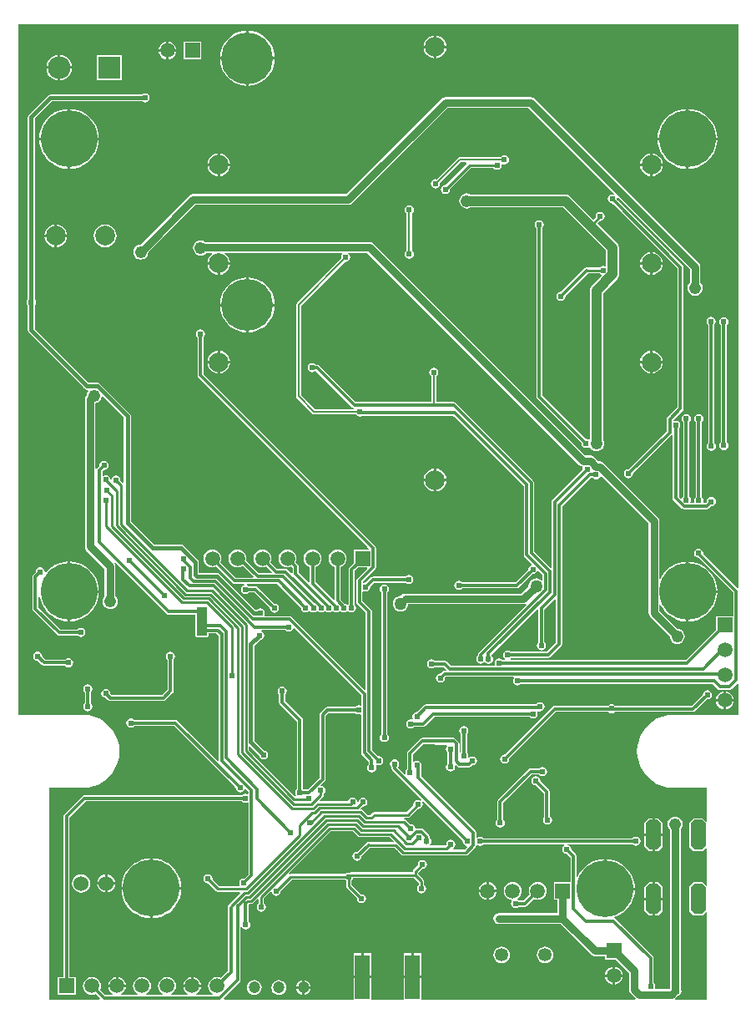
<source format=gbl>
%FSLAX25Y25*%
%MOIN*%
G70*
G01*
G75*
G04 Layer_Physical_Order=2*
G04 Layer_Color=16711680*
%ADD10R,0.03504X0.00906*%
%ADD11R,0.03740X0.03150*%
%ADD12R,0.05512X0.02362*%
%ADD13R,0.02362X0.02362*%
%ADD14R,0.05906X0.04134*%
%ADD15R,0.05315X0.02362*%
%ADD16R,0.02953X0.03543*%
%ADD17R,0.07087X0.04134*%
%ADD18R,0.03150X0.01969*%
%ADD19R,0.08465X0.09843*%
%ADD20R,0.01969X0.02362*%
%ADD21R,0.18898X0.20315*%
%ADD22O,0.02362X0.13583*%
%ADD23O,0.01772X0.08268*%
%ADD24R,0.05906X0.16142*%
%ADD25R,0.05906X0.17716*%
%ADD26R,0.04134X0.08661*%
%ADD27R,0.01969X0.03150*%
%ADD28R,0.05906X0.11024*%
%ADD29R,0.06102X0.02362*%
%ADD30R,0.07087X0.04724*%
%ADD31R,0.03937X0.01181*%
%ADD32R,0.02756X0.01181*%
%ADD33R,0.03150X0.03740*%
%ADD34R,0.03543X0.02953*%
%ADD35R,0.04134X0.07087*%
%ADD36R,0.05709X0.04331*%
%ADD37R,0.04331X0.07480*%
%ADD38O,0.02165X0.06890*%
%ADD39O,0.06890X0.02165*%
%ADD40R,0.00984X0.07087*%
%ADD41R,0.04331X0.05709*%
%ADD42R,0.02362X0.05512*%
%ADD43R,0.07874X0.12992*%
%ADD44R,0.07874X0.09843*%
%ADD45R,0.01969X0.12205*%
%ADD46R,0.09843X0.09843*%
%ADD47O,0.03150X0.01378*%
%ADD48O,0.01378X0.03150*%
%ADD49R,0.07087X0.29528*%
%ADD50R,0.02362X0.04134*%
%ADD51R,0.04134X0.05906*%
%ADD52R,0.13189X0.09646*%
%ADD53R,0.35827X0.42323*%
%ADD54R,0.16339X0.03937*%
%ADD55R,0.01100X0.01100*%
%ADD56R,0.01400X0.01400*%
%ADD57R,0.02362X0.02362*%
%ADD58O,0.00984X0.03150*%
%ADD59O,0.03150X0.00984*%
%ADD60R,0.04724X0.07087*%
%ADD61R,0.17126X0.18504*%
%ADD62R,0.09252X0.10236*%
%ADD63O,0.08858X0.02362*%
%ADD64R,0.05906X0.05906*%
%ADD65R,0.05906X0.05906*%
%ADD66R,0.09646X0.13189*%
%ADD67R,0.02953X0.01181*%
%ADD68C,0.04000*%
%ADD69C,0.01500*%
%ADD70C,0.00800*%
%ADD71C,0.01000*%
%ADD72C,0.01200*%
%ADD73C,0.03000*%
%ADD74C,0.02000*%
%ADD75C,0.05800*%
%ADD76C,0.08000*%
%ADD77C,0.05000*%
%ADD78R,0.00653X0.00435*%
%ADD79R,0.02142X0.00344*%
%ADD80R,0.04702X0.00344*%
%ADD81R,0.00286X0.00429*%
%ADD82R,0.00262X0.00395*%
%ADD83R,0.00248X0.00441*%
%ADD84R,0.00441X0.00236*%
%ADD85R,0.00280X0.00186*%
%ADD86R,0.06299X0.06988*%
%ADD87R,0.07776X0.02559*%
%ADD88R,0.03937X0.04715*%
%ADD89R,0.07569X0.07569*%
%ADD90R,0.04134X0.11614*%
%ADD91R,0.39400X0.69575*%
%ADD92R,0.41550X0.14150*%
%ADD93R,0.00906X0.00533*%
%ADD94R,0.00872X0.01705*%
G04:AMPARAMS|DCode=95|XSize=120mil|YSize=60mil|CornerRadius=0mil|HoleSize=0mil|Usage=FLASHONLY|Rotation=90.000|XOffset=0mil|YOffset=0mil|HoleType=Round|Shape=Octagon|*
%AMOCTAGOND95*
4,1,8,0.01500,0.06000,-0.01500,0.06000,-0.03000,0.04500,-0.03000,-0.04500,-0.01500,-0.06000,0.01500,-0.06000,0.03000,-0.04500,0.03000,0.04500,0.01500,0.06000,0.0*
%
%ADD95OCTAGOND95*%

%ADD96C,0.04724*%
%ADD97C,0.05906*%
%ADD98R,0.09055X0.09055*%
%ADD99C,0.09055*%
%ADD100C,0.22638*%
%ADD101C,0.06000*%
%ADD102C,0.05315*%
%ADD103C,0.07874*%
%ADD104C,0.20669*%
%ADD105C,0.02400*%
%ADD106C,0.05000*%
%ADD107C,0.04800*%
%ADD108C,0.02598*%
%ADD109R,0.00613X0.00499*%
G36*
X1317882Y1247407D02*
X1317882Y1247407D01*
X1318246Y1247164D01*
X1318246Y1247164D01*
X1318246Y1247164D01*
D01*
X1318246Y1247164D01*
X1318246Y1247164D01*
X1318675Y1247078D01*
X1318675Y1247078D01*
X1330710D01*
X1332280Y1245508D01*
X1332089Y1245047D01*
X1322681D01*
X1322668Y1245055D01*
X1322200Y1245148D01*
X1321732Y1245055D01*
X1321335Y1244790D01*
X1317738Y1241193D01*
X1317650Y1241210D01*
X1316948Y1241071D01*
X1316352Y1240673D01*
X1315954Y1240077D01*
X1315815Y1239375D01*
X1315954Y1238673D01*
X1316352Y1238077D01*
X1316948Y1237679D01*
X1317650Y1237540D01*
X1318352Y1237679D01*
X1318948Y1238077D01*
X1319346Y1238673D01*
X1319485Y1239375D01*
X1319468Y1239463D01*
X1322809Y1242803D01*
X1332585D01*
X1335232Y1240157D01*
X1335232Y1240157D01*
X1335596Y1239914D01*
X1336025Y1239828D01*
X1336025Y1239828D01*
X1360719D01*
X1360732Y1239820D01*
X1361200Y1239727D01*
X1361668Y1239820D01*
X1362065Y1240085D01*
X1364879Y1242899D01*
X1365145Y1243296D01*
X1365238Y1243764D01*
X1366019Y1243764D01*
X1366148Y1243678D01*
X1366850Y1243539D01*
X1367552Y1243678D01*
X1368148Y1244076D01*
X1368197Y1244151D01*
X1400307D01*
X1400452Y1243672D01*
X1400080Y1243424D01*
X1399682Y1242828D01*
X1399543Y1242126D01*
X1399682Y1241424D01*
X1400080Y1240828D01*
X1400676Y1240430D01*
X1401378Y1240291D01*
X1401466Y1240308D01*
X1402910Y1238863D01*
Y1229163D01*
X1396250D01*
Y1222058D01*
X1397662D01*
Y1216708D01*
X1374213D01*
X1373393Y1216545D01*
X1372699Y1216081D01*
X1372234Y1215386D01*
X1372071Y1214567D01*
X1372234Y1213748D01*
X1372699Y1213053D01*
X1373393Y1212589D01*
X1374213Y1212426D01*
X1398916D01*
X1411084Y1200258D01*
X1411779Y1199794D01*
X1411779Y1199794D01*
X1411779Y1199794D01*
D01*
X1411779Y1199794D01*
X1411779Y1199794D01*
X1412598Y1199631D01*
X1416723D01*
Y1198219D01*
X1420800D01*
X1426234Y1192785D01*
Y1186225D01*
X1426397Y1185406D01*
X1426397Y1185406D01*
X1426397Y1185406D01*
X1426861Y1184711D01*
X1428807Y1182765D01*
X1428901Y1182702D01*
X1428755Y1182224D01*
X1343305D01*
Y1190768D01*
X1336199D01*
Y1182224D01*
X1323305D01*
Y1190768D01*
X1316199D01*
Y1182224D01*
X1264575D01*
X1264384Y1182686D01*
X1270815Y1189118D01*
X1271080Y1189514D01*
X1271173Y1189983D01*
Y1210969D01*
X1271652Y1211115D01*
X1271877Y1210777D01*
X1272473Y1210379D01*
X1273175Y1210240D01*
X1273877Y1210379D01*
X1274473Y1210777D01*
X1274871Y1211373D01*
X1275010Y1212075D01*
X1274871Y1212777D01*
X1274473Y1213373D01*
X1274399Y1213422D01*
Y1220287D01*
X1274565Y1220453D01*
X1275391D01*
X1275391Y1220453D01*
X1275820Y1220539D01*
X1276184Y1220782D01*
X1277792Y1222390D01*
X1278253Y1222198D01*
Y1220465D01*
X1278077Y1220348D01*
X1277679Y1219752D01*
X1277540Y1219050D01*
X1277679Y1218348D01*
X1278077Y1217752D01*
X1278673Y1217354D01*
X1279375Y1217215D01*
X1280077Y1217354D01*
X1280673Y1217752D01*
X1281071Y1218348D01*
X1281210Y1219050D01*
X1281071Y1219752D01*
X1280673Y1220348D01*
X1280497Y1220465D01*
Y1222710D01*
X1283064Y1225278D01*
X1283543Y1225133D01*
X1283629Y1224698D01*
X1284027Y1224102D01*
X1284623Y1223704D01*
X1285325Y1223565D01*
X1286027Y1223704D01*
X1286623Y1224102D01*
X1287021Y1224698D01*
X1287160Y1225400D01*
X1287119Y1225608D01*
X1291590Y1230078D01*
X1312910D01*
X1313027Y1229902D01*
X1313203Y1229785D01*
Y1227550D01*
X1313203Y1227550D01*
X1313289Y1227121D01*
X1313532Y1226757D01*
X1317581Y1222708D01*
X1317540Y1222500D01*
X1317679Y1221798D01*
X1318077Y1221202D01*
X1318673Y1220804D01*
X1319375Y1220665D01*
X1320077Y1220804D01*
X1320673Y1221202D01*
X1321071Y1221798D01*
X1321210Y1222500D01*
X1321071Y1223202D01*
X1320673Y1223798D01*
X1320077Y1224196D01*
X1319375Y1224335D01*
X1319167Y1224294D01*
X1315447Y1228015D01*
Y1229785D01*
X1315623Y1229902D01*
X1316021Y1230498D01*
X1316076Y1230778D01*
X1340435D01*
X1342252Y1228962D01*
Y1227793D01*
X1342076Y1227676D01*
X1341678Y1227080D01*
X1341538Y1226378D01*
X1341678Y1225676D01*
X1342076Y1225080D01*
X1342671Y1224682D01*
X1343373Y1224543D01*
X1344076Y1224682D01*
X1344671Y1225080D01*
X1345069Y1225676D01*
X1345209Y1226378D01*
X1345069Y1227080D01*
X1344671Y1227676D01*
X1344495Y1227793D01*
Y1229426D01*
X1344495Y1229426D01*
X1344410Y1229856D01*
X1344167Y1230219D01*
X1344166Y1230220D01*
X1342022Y1232365D01*
Y1232735D01*
X1343592Y1234306D01*
X1343800Y1234265D01*
X1344502Y1234404D01*
X1345098Y1234802D01*
X1345496Y1235398D01*
X1345635Y1236100D01*
X1345496Y1236802D01*
X1345098Y1237398D01*
X1344502Y1237796D01*
X1343800Y1237935D01*
X1343098Y1237796D01*
X1342502Y1237398D01*
X1342104Y1236802D01*
X1341965Y1236100D01*
X1342006Y1235892D01*
X1340107Y1233993D01*
X1339864Y1233629D01*
X1339778Y1233200D01*
X1338886Y1233022D01*
X1315025D01*
X1315025Y1233022D01*
X1314709Y1232959D01*
X1314325Y1233035D01*
X1313623Y1232896D01*
X1313027Y1232498D01*
X1312910Y1232322D01*
X1291125D01*
X1291125Y1232322D01*
X1290700Y1232237D01*
X1290464Y1232678D01*
X1307290Y1249503D01*
X1315785D01*
X1317882Y1247407D01*
D02*
G37*
G36*
X1319385Y1303637D02*
Y1299744D01*
X1318944Y1299508D01*
X1318911Y1299530D01*
X1318209Y1299670D01*
X1317506Y1299530D01*
X1316911Y1299132D01*
X1316861Y1299058D01*
X1305807D01*
X1305339Y1298965D01*
X1304942Y1298700D01*
X1303072Y1296830D01*
X1302807Y1296433D01*
X1302713Y1295965D01*
Y1270782D01*
X1298017Y1266086D01*
X1296131D01*
X1296081Y1266160D01*
X1296007Y1266210D01*
Y1293799D01*
X1295914Y1294267D01*
X1295649Y1294664D01*
X1288920Y1301393D01*
Y1303968D01*
X1288995Y1304017D01*
X1289392Y1304613D01*
X1289532Y1305315D01*
X1289392Y1306017D01*
X1288995Y1306613D01*
X1288399Y1307010D01*
X1287697Y1307150D01*
X1286994Y1307010D01*
X1286399Y1306613D01*
X1286001Y1306017D01*
X1285862Y1305315D01*
X1286001Y1304613D01*
X1286399Y1304017D01*
X1286473Y1303968D01*
Y1300886D01*
X1286473Y1300886D01*
X1286473D01*
X1286567Y1300418D01*
X1286832Y1300021D01*
X1293560Y1293292D01*
Y1266210D01*
X1293486Y1266160D01*
X1293088Y1265565D01*
X1292948Y1264862D01*
X1293088Y1264160D01*
X1293375Y1263730D01*
X1293262Y1263519D01*
X1292767Y1263445D01*
X1274436Y1281776D01*
Y1283101D01*
X1274899Y1283293D01*
X1278507Y1279684D01*
X1278619Y1279121D01*
X1279017Y1278525D01*
X1279613Y1278127D01*
X1280315Y1277988D01*
X1281017Y1278127D01*
X1281613Y1278525D01*
X1282010Y1279121D01*
X1282150Y1279823D01*
X1282010Y1280525D01*
X1281613Y1281121D01*
X1281017Y1281518D01*
X1280454Y1281630D01*
X1276541Y1285543D01*
Y1323414D01*
X1278879Y1325751D01*
X1279443Y1325863D01*
X1280038Y1326261D01*
X1280436Y1326857D01*
X1280575Y1327559D01*
X1280436Y1328261D01*
X1280038Y1328857D01*
X1279519Y1329204D01*
X1279664Y1329682D01*
X1289106D01*
X1289155Y1329608D01*
X1289750Y1329210D01*
X1290453Y1329070D01*
X1291155Y1329210D01*
X1291751Y1329608D01*
X1292148Y1330203D01*
X1292156Y1330242D01*
X1292635Y1330387D01*
X1319385Y1303637D01*
D02*
G37*
G36*
X1406519Y1395537D02*
X1407214Y1395072D01*
X1407571Y1395001D01*
X1407849Y1394586D01*
X1407712Y1393898D01*
X1407729Y1393810D01*
X1395706Y1381787D01*
X1395441Y1381390D01*
X1395348Y1380922D01*
Y1354806D01*
X1394886Y1354615D01*
X1388498Y1361002D01*
Y1388387D01*
X1388405Y1388855D01*
X1388140Y1389252D01*
X1357090Y1420302D01*
X1356693Y1420567D01*
X1356225Y1420660D01*
X1349345D01*
Y1431016D01*
X1349623Y1431202D01*
X1350021Y1431798D01*
X1350160Y1432500D01*
X1350021Y1433202D01*
X1349623Y1433798D01*
X1349027Y1434196D01*
X1348325Y1434335D01*
X1347623Y1434196D01*
X1347027Y1433798D01*
X1346629Y1433202D01*
X1346490Y1432500D01*
X1346629Y1431798D01*
X1347027Y1431202D01*
X1347305Y1431016D01*
Y1420660D01*
X1317093D01*
X1302538Y1435215D01*
X1302141Y1435481D01*
X1301673Y1435574D01*
X1301151D01*
X1301101Y1435648D01*
X1300506Y1436046D01*
X1299803Y1436186D01*
X1299101Y1436046D01*
X1298505Y1435648D01*
X1298108Y1435053D01*
X1297968Y1434350D01*
X1298108Y1433648D01*
X1298505Y1433053D01*
X1299101Y1432655D01*
X1299803Y1432515D01*
X1300506Y1432655D01*
X1301101Y1433053D01*
X1301522Y1432771D01*
X1315722Y1418572D01*
X1316118Y1418307D01*
X1316406Y1418250D01*
X1316357Y1417752D01*
X1300940D01*
X1295295Y1423397D01*
Y1459153D01*
X1312772Y1476630D01*
X1313100Y1476565D01*
X1313802Y1476704D01*
X1314398Y1477102D01*
X1314796Y1477698D01*
X1314935Y1478400D01*
X1314796Y1479102D01*
X1314398Y1479698D01*
X1313850Y1480064D01*
Y1480064D01*
X1313850D01*
X1313802Y1480096D01*
Y1480096D01*
X1313813Y1480209D01*
X1321847D01*
X1406519Y1395537D01*
D02*
G37*
G36*
X1470020Y1346733D02*
X1469558Y1346542D01*
X1455935Y1360165D01*
X1455969Y1360335D01*
X1455829Y1361037D01*
X1455432Y1361632D01*
X1454836Y1362030D01*
X1454134Y1362170D01*
X1453432Y1362030D01*
X1452836Y1361632D01*
X1452438Y1361037D01*
X1452299Y1360335D01*
X1452438Y1359632D01*
X1452836Y1359037D01*
X1453432Y1358639D01*
X1454134Y1358499D01*
X1454139Y1358500D01*
X1467969Y1344670D01*
Y1335246D01*
X1461014D01*
Y1329871D01*
X1448967Y1317823D01*
X1379022D01*
X1378877Y1318302D01*
X1379152Y1318486D01*
X1379202Y1318560D01*
X1393898D01*
X1394366Y1318653D01*
X1394763Y1318918D01*
X1394763Y1318918D01*
X1394763Y1318918D01*
X1399237Y1323392D01*
X1399396Y1323630D01*
X1399502Y1323789D01*
X1399595Y1324257D01*
Y1378821D01*
X1411184Y1390410D01*
X1411842D01*
X1411891Y1390336D01*
X1412487Y1389938D01*
X1413189Y1389799D01*
X1413891Y1389938D01*
X1414487Y1390336D01*
X1414884Y1390932D01*
X1414888Y1390950D01*
X1415367Y1391095D01*
X1434086Y1372376D01*
Y1336510D01*
X1434249Y1335690D01*
X1434249Y1335690D01*
X1434249Y1335690D01*
X1434713Y1334995D01*
X1442545Y1327163D01*
X1442648Y1326382D01*
X1442950Y1325652D01*
X1443431Y1325026D01*
X1444058Y1324545D01*
X1444788Y1324243D01*
X1445571Y1324139D01*
X1446354Y1324243D01*
X1447084Y1324545D01*
X1447711Y1325026D01*
X1448191Y1325652D01*
X1448494Y1326382D01*
X1448597Y1327165D01*
X1448494Y1327948D01*
X1448191Y1328678D01*
X1447711Y1329305D01*
X1447084Y1329786D01*
X1446354Y1330088D01*
X1445573Y1330191D01*
X1438368Y1337396D01*
Y1339800D01*
X1438858Y1339897D01*
X1438993Y1339572D01*
X1439973Y1337973D01*
X1441192Y1336546D01*
X1442618Y1335328D01*
X1444218Y1334347D01*
X1445951Y1333629D01*
X1447775Y1333191D01*
X1449146Y1333084D01*
Y1344999D01*
Y1356916D01*
X1447775Y1356809D01*
X1445951Y1356371D01*
X1444218Y1355653D01*
X1442618Y1354672D01*
X1441192Y1353454D01*
X1439973Y1352027D01*
X1438993Y1350428D01*
X1438858Y1350103D01*
X1438368Y1350200D01*
Y1373263D01*
X1438205Y1374082D01*
X1437741Y1374777D01*
X1416070Y1396448D01*
X1415375Y1396912D01*
X1414556Y1397075D01*
X1414065D01*
X1412428Y1398712D01*
X1411734Y1399176D01*
X1410914Y1399339D01*
X1408773D01*
X1324248Y1483864D01*
X1323553Y1484328D01*
X1322734Y1484491D01*
X1257117D01*
X1256688Y1484820D01*
X1255958Y1485123D01*
X1255175Y1485226D01*
X1254392Y1485123D01*
X1253662Y1484820D01*
X1253035Y1484340D01*
X1252555Y1483713D01*
X1252252Y1482983D01*
X1252149Y1482200D01*
X1252252Y1481417D01*
X1252555Y1480687D01*
X1253035Y1480060D01*
X1253662Y1479580D01*
X1254392Y1479277D01*
X1255175Y1479174D01*
X1255958Y1479277D01*
X1256688Y1479580D01*
X1257315Y1480060D01*
X1257429Y1480209D01*
X1259677D01*
X1259837Y1479735D01*
X1259166Y1479220D01*
X1258438Y1478272D01*
X1257981Y1477169D01*
X1257891Y1476484D01*
X1266912D01*
X1266822Y1477169D01*
X1266365Y1478272D01*
X1265637Y1479220D01*
X1264690Y1479947D01*
X1264742Y1480209D01*
X1311706D01*
X1311851Y1479730D01*
X1311802Y1479698D01*
X1311404Y1479102D01*
X1311265Y1478400D01*
X1311330Y1478072D01*
X1293554Y1460296D01*
X1293333Y1459965D01*
X1293255Y1459575D01*
Y1422975D01*
X1293255Y1422975D01*
X1293255D01*
X1293333Y1422585D01*
X1293554Y1422254D01*
X1299797Y1416011D01*
X1300128Y1415790D01*
X1300518Y1415713D01*
X1317370D01*
X1317556Y1415435D01*
X1318151Y1415037D01*
X1318854Y1414897D01*
X1319556Y1415037D01*
X1319821Y1415213D01*
X1356172D01*
X1384251Y1387134D01*
Y1359750D01*
X1384344Y1359282D01*
X1384610Y1358885D01*
X1387376Y1356119D01*
X1387230Y1355640D01*
X1387191Y1355633D01*
X1386596Y1355235D01*
X1386198Y1354639D01*
X1386058Y1353937D01*
X1386076Y1353850D01*
X1380989Y1348763D01*
X1359615D01*
X1359565Y1348837D01*
X1358970Y1349235D01*
X1358268Y1349375D01*
X1357565Y1349235D01*
X1356970Y1348837D01*
X1356572Y1348242D01*
X1356433Y1347539D01*
X1356572Y1346837D01*
X1356970Y1346242D01*
X1357565Y1345844D01*
X1358268Y1345704D01*
X1358970Y1345844D01*
X1359565Y1346242D01*
X1359615Y1346316D01*
X1381496D01*
X1381964Y1346409D01*
X1382361Y1346674D01*
X1387806Y1352119D01*
X1387894Y1352102D01*
X1388596Y1352242D01*
X1389191Y1352639D01*
X1389589Y1353235D01*
X1389597Y1353274D01*
X1390075Y1353419D01*
X1391748Y1351746D01*
Y1349817D01*
X1391300Y1349595D01*
X1390835Y1349952D01*
X1390081Y1350264D01*
X1389272Y1350371D01*
X1388462Y1350264D01*
X1387708Y1349952D01*
X1387061Y1349455D01*
X1386564Y1348808D01*
X1386251Y1348053D01*
X1386145Y1347244D01*
X1386156Y1347157D01*
X1383267Y1344267D01*
X1336909D01*
X1336090Y1344104D01*
X1335395Y1343640D01*
X1335209Y1343360D01*
X1335039Y1343383D01*
X1334230Y1343276D01*
X1333476Y1342964D01*
X1332828Y1342467D01*
X1332331Y1341819D01*
X1332019Y1341065D01*
X1331913Y1340256D01*
X1332019Y1339447D01*
X1332331Y1338692D01*
X1332828Y1338045D01*
X1333476Y1337548D01*
X1334230Y1337236D01*
X1335039Y1337129D01*
X1335849Y1337236D01*
X1336603Y1337548D01*
X1337250Y1338045D01*
X1337747Y1338692D01*
X1338060Y1339447D01*
X1338130Y1339985D01*
X1384153D01*
X1384973Y1340148D01*
X1384976Y1340150D01*
X1385293Y1339763D01*
X1366229Y1320699D01*
X1365964Y1320302D01*
X1365871Y1319834D01*
Y1319423D01*
X1365797Y1319374D01*
X1365399Y1318778D01*
X1365259Y1318076D01*
X1365399Y1317374D01*
X1365797Y1316778D01*
X1366392Y1316381D01*
X1367094Y1316241D01*
X1367797Y1316381D01*
X1368392Y1316778D01*
X1368850D01*
X1368893Y1316714D01*
X1369488Y1316316D01*
X1370191Y1316177D01*
X1370893Y1316316D01*
X1371488Y1316714D01*
X1371886Y1317309D01*
X1372026Y1318012D01*
X1371886Y1318714D01*
X1371488Y1319310D01*
X1371414Y1319359D01*
Y1319878D01*
X1389555Y1338019D01*
X1390017Y1337827D01*
Y1324772D01*
X1389942Y1324723D01*
X1389545Y1324127D01*
X1389405Y1323425D01*
X1389545Y1322723D01*
X1389942Y1322128D01*
X1390538Y1321730D01*
X1391240Y1321590D01*
X1391943Y1321730D01*
X1392538Y1322128D01*
X1392936Y1322723D01*
X1393075Y1323425D01*
X1392936Y1324127D01*
X1392538Y1324723D01*
X1392464Y1324772D01*
Y1337808D01*
X1396686Y1342030D01*
X1397148Y1341839D01*
Y1324764D01*
X1393391Y1321007D01*
X1379202D01*
X1379152Y1321081D01*
X1378557Y1321479D01*
X1377854Y1321619D01*
X1377152Y1321479D01*
X1376557Y1321081D01*
X1376159Y1320486D01*
X1376019Y1319783D01*
X1376159Y1319081D01*
X1376557Y1318486D01*
X1376832Y1318302D01*
X1376687Y1317823D01*
X1375824D01*
X1375774Y1317897D01*
X1375179Y1318295D01*
X1374477Y1318435D01*
X1373774Y1318295D01*
X1373179Y1317897D01*
X1372781Y1317302D01*
X1372641Y1316600D01*
X1372781Y1315897D01*
X1372840Y1315809D01*
X1372604Y1315368D01*
X1355260D01*
X1353621Y1317007D01*
X1353224Y1317272D01*
X1352756Y1317365D01*
X1348788D01*
X1348739Y1317439D01*
X1348143Y1317837D01*
X1347441Y1317977D01*
X1346739Y1317837D01*
X1346143Y1317439D01*
X1345745Y1316844D01*
X1345606Y1316142D01*
X1345745Y1315439D01*
X1346143Y1314844D01*
X1346739Y1314446D01*
X1347441Y1314307D01*
X1348143Y1314446D01*
X1348739Y1314844D01*
X1348788Y1314918D01*
X1352249D01*
X1353277Y1313890D01*
X1353086Y1313428D01*
X1352658D01*
X1352189Y1313335D01*
X1351792Y1313070D01*
X1351072Y1312349D01*
X1350984Y1312367D01*
X1350282Y1312227D01*
X1349687Y1311829D01*
X1349289Y1311234D01*
X1349149Y1310532D01*
X1349289Y1309829D01*
X1349687Y1309234D01*
X1350282Y1308836D01*
X1350984Y1308696D01*
X1351687Y1308836D01*
X1352282Y1309234D01*
X1352680Y1309829D01*
X1352820Y1310532D01*
X1352802Y1310619D01*
X1353164Y1310981D01*
X1380061D01*
X1380297Y1310540D01*
X1380021Y1310127D01*
X1379881Y1309425D01*
X1380021Y1308723D01*
X1380419Y1308127D01*
X1381014Y1307729D01*
X1381717Y1307590D01*
X1382419Y1307729D01*
X1383014Y1308127D01*
X1383064Y1308202D01*
X1459753D01*
X1461832Y1306123D01*
X1462070Y1305964D01*
X1462229Y1305858D01*
X1462697Y1305765D01*
X1464454D01*
X1464487Y1305266D01*
X1464567Y1305276D01*
X1464647Y1305266D01*
X1464678Y1305729D01*
X1464680Y1305765D01*
X1466339D01*
X1466807Y1305858D01*
X1467204Y1306123D01*
X1467204Y1306123D01*
X1467204Y1306123D01*
X1469558Y1308477D01*
X1470020Y1308286D01*
Y1295885D01*
X1444134D01*
Y1295909D01*
X1441848Y1295729D01*
X1439619Y1295194D01*
X1437501Y1294316D01*
X1435546Y1293119D01*
X1433803Y1291630D01*
X1432314Y1289886D01*
X1431117Y1287932D01*
X1430239Y1285814D01*
X1429704Y1283585D01*
X1429524Y1281299D01*
X1429704Y1279014D01*
X1430239Y1276785D01*
X1431117Y1274667D01*
X1432314Y1272712D01*
X1433803Y1270969D01*
X1435546Y1269480D01*
X1437501Y1268282D01*
X1439619Y1267405D01*
X1441848Y1266870D01*
X1444134Y1266690D01*
Y1266713D01*
X1444134Y1266713D01*
X1457520D01*
Y1253410D01*
X1457058Y1253219D01*
X1455682Y1254595D01*
X1452082D01*
X1450282Y1252795D01*
Y1243195D01*
X1452082Y1241395D01*
X1455682D01*
X1457058Y1242771D01*
X1457520Y1242580D01*
Y1227810D01*
X1457058Y1227619D01*
X1455682Y1228995D01*
X1452082D01*
X1450282Y1227195D01*
Y1217595D01*
X1452082Y1215795D01*
X1455682D01*
X1457058Y1217171D01*
X1457520Y1216980D01*
Y1182224D01*
X1444801D01*
X1444656Y1182702D01*
X1444749Y1182765D01*
X1445733Y1183748D01*
X1446175Y1183836D01*
X1446770Y1184234D01*
X1447168Y1184829D01*
X1447308Y1185532D01*
X1447168Y1186234D01*
X1446925Y1186598D01*
Y1250254D01*
X1447305Y1250751D01*
X1447608Y1251481D01*
X1447711Y1252264D01*
X1447608Y1253047D01*
X1447305Y1253777D01*
X1446825Y1254403D01*
X1446198Y1254884D01*
X1445468Y1255187D01*
X1444685Y1255290D01*
X1443902Y1255187D01*
X1443172Y1254884D01*
X1442545Y1254403D01*
X1442064Y1253777D01*
X1441762Y1253047D01*
X1441659Y1252264D01*
X1441762Y1251481D01*
X1442064Y1250751D01*
X1442545Y1250124D01*
X1442642Y1250050D01*
Y1186714D01*
X1442348Y1186420D01*
X1436862D01*
X1436626Y1186861D01*
X1436637Y1186876D01*
X1436776Y1187579D01*
X1436637Y1188281D01*
X1436239Y1188876D01*
X1436164Y1188926D01*
Y1198819D01*
X1436071Y1199287D01*
X1435806Y1199684D01*
X1421042Y1214448D01*
X1420645Y1214713D01*
X1420177Y1214806D01*
X1420165Y1214905D01*
X1420427Y1214968D01*
X1422160Y1215686D01*
X1423760Y1216666D01*
X1425186Y1217885D01*
X1426405Y1219311D01*
X1427385Y1220911D01*
X1428103Y1222644D01*
X1428541Y1224468D01*
X1428649Y1225839D01*
X1416731D01*
Y1226338D01*
X1416232D01*
Y1238255D01*
X1414862Y1238147D01*
X1413038Y1237709D01*
X1411304Y1236991D01*
X1409705Y1236011D01*
X1408278Y1234793D01*
X1407060Y1233366D01*
X1406080Y1231766D01*
X1405848Y1231207D01*
X1405357Y1231304D01*
Y1239370D01*
X1405264Y1239838D01*
X1405158Y1239997D01*
X1404999Y1240235D01*
X1403196Y1242038D01*
X1403213Y1242126D01*
X1403074Y1242828D01*
X1402676Y1243424D01*
X1402080Y1243822D01*
X1401378Y1243961D01*
X1401567Y1244151D01*
X1427756D01*
X1428333Y1243765D01*
X1429035Y1243625D01*
X1429738Y1243765D01*
X1430333Y1244163D01*
X1430731Y1244758D01*
X1430871Y1245460D01*
X1430731Y1246163D01*
X1430333Y1246758D01*
X1429738Y1247156D01*
X1429035Y1247296D01*
X1428333Y1247156D01*
X1427738Y1246758D01*
X1427630Y1246597D01*
X1368197D01*
X1368148Y1246672D01*
X1367552Y1247070D01*
X1366850Y1247209D01*
X1366148Y1247070D01*
X1365679Y1246756D01*
X1365238Y1246992D01*
Y1248886D01*
X1365145Y1249354D01*
X1364879Y1249751D01*
X1343251Y1271379D01*
Y1275186D01*
X1343371Y1275787D01*
X1343231Y1276490D01*
X1342833Y1277085D01*
X1342238Y1277483D01*
X1341535Y1277623D01*
X1340833Y1277483D01*
X1340444Y1277223D01*
X1340003Y1277459D01*
Y1279998D01*
X1344215Y1284210D01*
X1353300Y1283869D01*
X1353623Y1283384D01*
X1353226Y1282789D01*
X1353086Y1282087D01*
X1353226Y1281384D01*
X1353623Y1280789D01*
X1353698Y1280739D01*
Y1276347D01*
X1353623Y1276298D01*
X1353226Y1275702D01*
X1353086Y1275000D01*
X1353226Y1274298D01*
X1353623Y1273702D01*
X1354219Y1273304D01*
X1354921Y1273165D01*
X1355624Y1273304D01*
X1356219Y1273702D01*
X1356617Y1274298D01*
X1356756Y1275000D01*
X1356637Y1275602D01*
X1357078Y1275838D01*
X1357599Y1275316D01*
X1357996Y1275051D01*
X1357996Y1275051D01*
X1357996Y1275051D01*
D01*
X1357996Y1275051D01*
X1357996Y1275051D01*
X1358465Y1274958D01*
X1362500D01*
X1362968Y1275051D01*
X1363365Y1275316D01*
X1363692Y1275643D01*
X1363780Y1275625D01*
X1364482Y1275765D01*
X1365077Y1276163D01*
X1365475Y1276758D01*
X1365615Y1277461D01*
X1365475Y1278163D01*
X1365077Y1278758D01*
X1364482Y1279156D01*
X1363780Y1279296D01*
X1363077Y1279156D01*
X1362489Y1278763D01*
X1362073Y1279041D01*
X1362170Y1279528D01*
X1362030Y1280230D01*
X1361632Y1280825D01*
X1361558Y1280875D01*
Y1288121D01*
X1361632Y1288171D01*
X1362030Y1288766D01*
X1362170Y1289468D01*
X1362030Y1290171D01*
X1361632Y1290766D01*
X1361037Y1291164D01*
X1360335Y1291304D01*
X1359632Y1291164D01*
X1359037Y1290766D01*
X1358639Y1290171D01*
X1358499Y1289468D01*
X1358639Y1288766D01*
X1359037Y1288171D01*
X1359111Y1288121D01*
Y1281198D01*
X1358710Y1280900D01*
X1358545Y1280950D01*
Y1284313D01*
X1358452Y1284781D01*
X1358186Y1285178D01*
X1357066Y1286298D01*
X1356669Y1286563D01*
X1356201Y1286657D01*
X1343708D01*
X1343240Y1286563D01*
X1342843Y1286298D01*
X1337914Y1281370D01*
X1337649Y1280973D01*
X1337556Y1280505D01*
Y1274280D01*
X1337482Y1274231D01*
X1337084Y1273635D01*
X1336944Y1272933D01*
X1337064Y1272331D01*
X1336623Y1272095D01*
X1333901Y1274818D01*
Y1274932D01*
X1333975Y1274982D01*
X1334373Y1275577D01*
X1334512Y1276280D01*
X1334373Y1276982D01*
X1333975Y1277577D01*
X1333379Y1277975D01*
X1332677Y1278115D01*
X1331975Y1277975D01*
X1331379Y1277577D01*
X1330982Y1276982D01*
X1330842Y1276280D01*
X1330982Y1275577D01*
X1331379Y1274982D01*
X1331454Y1274932D01*
Y1274311D01*
X1331547Y1273843D01*
X1331812Y1273446D01*
X1343277Y1261981D01*
X1342959Y1261595D01*
X1342730Y1261748D01*
X1342028Y1261888D01*
X1341325Y1261748D01*
X1340730Y1261350D01*
X1340332Y1260755D01*
X1340192Y1260053D01*
X1340234Y1259845D01*
X1337435Y1257047D01*
X1324575D01*
X1324575Y1257047D01*
X1324146Y1256961D01*
X1323782Y1256718D01*
X1323782Y1256718D01*
X1322970Y1255907D01*
X1321911D01*
X1319975Y1257843D01*
X1319611Y1258086D01*
X1319182Y1258172D01*
X1319111Y1258525D01*
X1319792Y1259206D01*
X1320000Y1259165D01*
X1320702Y1259304D01*
X1321298Y1259702D01*
X1321696Y1260298D01*
X1321835Y1261000D01*
X1321696Y1261702D01*
X1321298Y1262298D01*
X1320702Y1262696D01*
X1320000Y1262835D01*
X1319298Y1262696D01*
X1318702Y1262298D01*
X1318304Y1261702D01*
X1318200Y1261177D01*
X1317700D01*
X1317571Y1261827D01*
X1317173Y1262423D01*
X1316577Y1262821D01*
X1315875Y1262960D01*
X1315173Y1262821D01*
X1314577Y1262423D01*
X1314179Y1261827D01*
X1314089Y1261372D01*
X1302964D01*
X1302772Y1261833D01*
X1303968Y1263029D01*
X1303968Y1263029D01*
X1304211Y1263393D01*
X1304211Y1263393D01*
X1304211Y1263393D01*
X1304297Y1263822D01*
X1304297Y1263822D01*
Y1264260D01*
X1304473Y1264377D01*
X1304871Y1264973D01*
X1305010Y1265675D01*
X1304871Y1266377D01*
X1304473Y1266973D01*
X1303877Y1267371D01*
X1303175Y1267510D01*
X1303080Y1267688D01*
X1304802Y1269410D01*
X1305067Y1269807D01*
X1305067Y1269807D01*
X1305067Y1269807D01*
X1305161Y1270276D01*
Y1295458D01*
X1306314Y1296611D01*
X1316861D01*
X1316911Y1296537D01*
X1317506Y1296139D01*
X1318209Y1295999D01*
X1318911Y1296139D01*
X1318944Y1296161D01*
X1319385Y1295926D01*
Y1280684D01*
X1319478Y1280216D01*
X1319744Y1279819D01*
X1322300Y1277263D01*
Y1276052D01*
X1322226Y1276002D01*
X1321828Y1275407D01*
X1321688Y1274705D01*
X1321828Y1274002D01*
X1322226Y1273407D01*
X1322821Y1273009D01*
X1323524Y1272869D01*
X1324226Y1273009D01*
X1324821Y1273407D01*
X1325219Y1274002D01*
X1325359Y1274705D01*
X1325219Y1275407D01*
X1325091Y1275598D01*
X1325445Y1275952D01*
X1325577Y1275863D01*
X1326280Y1275724D01*
X1326982Y1275863D01*
X1327577Y1276261D01*
X1327975Y1276857D01*
X1328115Y1277559D01*
X1327975Y1278261D01*
X1327577Y1278857D01*
X1326982Y1279255D01*
X1326280Y1279394D01*
X1326192Y1279377D01*
X1323632Y1281937D01*
Y1336992D01*
X1323539Y1337461D01*
X1323274Y1337858D01*
X1319788Y1341343D01*
Y1344952D01*
X1320229Y1345187D01*
X1320327Y1345122D01*
X1321029Y1344982D01*
X1321731Y1345122D01*
X1322327Y1345520D01*
X1322725Y1346115D01*
X1322864Y1346818D01*
X1322847Y1346905D01*
X1324521Y1348580D01*
X1336940D01*
X1336990Y1348505D01*
X1337585Y1348108D01*
X1338287Y1347968D01*
X1338990Y1348108D01*
X1339585Y1348505D01*
X1339983Y1349101D01*
X1340123Y1349803D01*
X1339983Y1350506D01*
X1339585Y1351101D01*
X1338990Y1351499D01*
X1338287Y1351638D01*
X1337585Y1351499D01*
X1336990Y1351101D01*
X1336940Y1351027D01*
X1324014D01*
X1323546Y1350933D01*
X1323149Y1350668D01*
X1321117Y1348635D01*
X1321029Y1348653D01*
X1320327Y1348513D01*
X1320229Y1348448D01*
X1319788Y1348684D01*
Y1348841D01*
X1324900Y1353953D01*
X1325165Y1354350D01*
X1325258Y1354818D01*
Y1362390D01*
X1325165Y1362859D01*
X1325059Y1363018D01*
X1324900Y1363256D01*
X1256342Y1431814D01*
Y1446487D01*
X1256416Y1446537D01*
X1256814Y1447132D01*
X1256953Y1447835D01*
X1256814Y1448537D01*
X1256416Y1449132D01*
X1255820Y1449530D01*
X1255118Y1449670D01*
X1254416Y1449530D01*
X1253820Y1449132D01*
X1253423Y1448537D01*
X1253283Y1447835D01*
X1253423Y1447132D01*
X1253820Y1446537D01*
X1253895Y1446487D01*
Y1431307D01*
X1253895Y1431307D01*
X1253895D01*
X1253988Y1430839D01*
X1254253Y1430442D01*
X1322412Y1362282D01*
X1322221Y1361821D01*
X1316329D01*
Y1356445D01*
X1314588Y1354704D01*
X1314322Y1354307D01*
X1314229Y1353839D01*
Y1339850D01*
X1314005Y1339782D01*
X1313699D01*
X1313104Y1340180D01*
X1312699Y1340260D01*
X1311105Y1341854D01*
Y1354929D01*
X1311674Y1355164D01*
X1312416Y1355734D01*
X1312985Y1356476D01*
X1313343Y1357340D01*
X1313465Y1358268D01*
X1313343Y1359195D01*
X1312985Y1360059D01*
X1312416Y1360802D01*
X1311674Y1361371D01*
X1310809Y1361729D01*
X1309882Y1361851D01*
X1308954Y1361729D01*
X1308090Y1361371D01*
X1307348Y1360802D01*
X1306779Y1360059D01*
X1306421Y1359195D01*
X1306299Y1358268D01*
X1306421Y1357340D01*
X1306779Y1356476D01*
X1307348Y1355734D01*
X1308090Y1355164D01*
X1308658Y1354929D01*
Y1341903D01*
X1308196Y1341711D01*
X1301105Y1348802D01*
Y1354929D01*
X1301674Y1355164D01*
X1302416Y1355734D01*
X1302985Y1356476D01*
X1303343Y1357340D01*
X1303465Y1358268D01*
X1303343Y1359195D01*
X1302985Y1360059D01*
X1302416Y1360802D01*
X1301674Y1361371D01*
X1300809Y1361729D01*
X1299882Y1361851D01*
X1298954Y1361729D01*
X1298090Y1361371D01*
X1297348Y1360802D01*
X1296779Y1360059D01*
X1296421Y1359195D01*
X1296299Y1358268D01*
X1296421Y1357340D01*
X1296779Y1356476D01*
X1297348Y1355734D01*
X1298090Y1355164D01*
X1298658Y1354929D01*
Y1348852D01*
X1298196Y1348660D01*
X1294358Y1352499D01*
Y1355016D01*
X1294264Y1355484D01*
X1293999Y1355881D01*
X1293108Y1356772D01*
X1293343Y1357340D01*
X1293465Y1358268D01*
X1293343Y1359195D01*
X1292985Y1360059D01*
X1292416Y1360802D01*
X1291674Y1361371D01*
X1290809Y1361729D01*
X1289882Y1361851D01*
X1288954Y1361729D01*
X1288090Y1361371D01*
X1287348Y1360802D01*
X1286779Y1360059D01*
X1286421Y1359195D01*
X1286298Y1358268D01*
X1286421Y1357340D01*
X1286779Y1356476D01*
X1287348Y1355734D01*
X1288090Y1355164D01*
X1288954Y1354806D01*
X1289882Y1354684D01*
X1290809Y1354806D01*
X1291378Y1355042D01*
X1291910Y1354509D01*
Y1352548D01*
X1291449Y1352357D01*
X1290029Y1353776D01*
X1289632Y1354041D01*
X1289164Y1354134D01*
X1285745D01*
X1283108Y1356772D01*
X1283343Y1357340D01*
X1283465Y1358268D01*
X1283343Y1359195D01*
X1282985Y1360059D01*
X1282416Y1360802D01*
X1281674Y1361371D01*
X1280809Y1361729D01*
X1279882Y1361851D01*
X1278954Y1361729D01*
X1278090Y1361371D01*
X1277348Y1360802D01*
X1276779Y1360059D01*
X1276421Y1359195D01*
X1276299Y1358268D01*
X1276421Y1357340D01*
X1276779Y1356476D01*
X1277348Y1355734D01*
X1278090Y1355164D01*
X1278954Y1354806D01*
X1279882Y1354684D01*
X1280809Y1354806D01*
X1281378Y1355042D01*
X1283623Y1352796D01*
X1283432Y1352334D01*
X1278431D01*
X1273353Y1357413D01*
X1273465Y1358268D01*
X1273343Y1359195D01*
X1272985Y1360059D01*
X1272416Y1360802D01*
X1271674Y1361371D01*
X1270809Y1361729D01*
X1269882Y1361851D01*
X1268954Y1361729D01*
X1268090Y1361371D01*
X1267348Y1360802D01*
X1266779Y1360059D01*
X1266421Y1359195D01*
X1266298Y1358268D01*
X1266421Y1357340D01*
X1266779Y1356476D01*
X1267348Y1355734D01*
X1268090Y1355164D01*
X1268954Y1354806D01*
X1269882Y1354684D01*
X1270809Y1354806D01*
X1271674Y1355164D01*
X1271938Y1355367D01*
X1276309Y1350996D01*
X1276117Y1350535D01*
X1269345D01*
X1263108Y1356772D01*
X1263343Y1357340D01*
X1263465Y1358268D01*
X1263343Y1359195D01*
X1262985Y1360059D01*
X1262416Y1360802D01*
X1261674Y1361371D01*
X1260809Y1361729D01*
X1259882Y1361851D01*
X1258954Y1361729D01*
X1258090Y1361371D01*
X1257348Y1360802D01*
X1256779Y1360059D01*
X1256421Y1359195D01*
X1256299Y1358268D01*
X1256421Y1357340D01*
X1256779Y1356476D01*
X1257348Y1355734D01*
X1258090Y1355164D01*
X1258954Y1354806D01*
X1259882Y1354684D01*
X1260809Y1354806D01*
X1261378Y1355042D01*
X1267973Y1348446D01*
X1268370Y1348181D01*
X1268839Y1348088D01*
X1272520D01*
X1272569Y1347590D01*
X1272428Y1347562D01*
X1271832Y1347164D01*
X1271434Y1346568D01*
X1271295Y1345866D01*
X1271434Y1345164D01*
X1271832Y1344568D01*
X1272428Y1344171D01*
X1273130Y1344031D01*
X1273832Y1344171D01*
X1274428Y1344568D01*
X1274477Y1344643D01*
X1276659D01*
X1282845Y1338457D01*
X1282827Y1338369D01*
X1282967Y1337667D01*
X1283365Y1337071D01*
X1283960Y1336673D01*
X1284663Y1336534D01*
X1285365Y1336673D01*
X1285960Y1337071D01*
X1286358Y1337667D01*
X1286498Y1338369D01*
X1286358Y1339071D01*
X1285960Y1339667D01*
X1285365Y1340065D01*
X1284663Y1340204D01*
X1284575Y1340187D01*
X1278030Y1346731D01*
X1277634Y1346996D01*
X1277165Y1347090D01*
X1274477D01*
X1274428Y1347164D01*
X1273832Y1347562D01*
X1273690Y1347590D01*
X1273739Y1348088D01*
X1285812D01*
X1295328Y1338572D01*
X1295310Y1338484D01*
X1295450Y1337782D01*
X1295848Y1337187D01*
X1296443Y1336789D01*
X1297146Y1336649D01*
X1297848Y1336789D01*
X1298443Y1337187D01*
X1298899D01*
X1299494Y1336789D01*
X1300197Y1336649D01*
X1300899Y1336789D01*
X1301495Y1337187D01*
X1301950D01*
X1302546Y1336789D01*
X1303248Y1336649D01*
X1303950Y1336789D01*
X1304546Y1337187D01*
X1305002D01*
X1305597Y1336789D01*
X1306299Y1336649D01*
X1307001Y1336789D01*
X1307597Y1337187D01*
X1308053D01*
X1308648Y1336789D01*
X1309350Y1336649D01*
X1310053Y1336789D01*
X1310648Y1337187D01*
X1311104D01*
X1311699Y1336789D01*
X1312402Y1336649D01*
X1313104Y1336789D01*
X1313699Y1337187D01*
X1314155D01*
X1314750Y1336789D01*
X1315453Y1336649D01*
X1316155Y1336789D01*
X1316751Y1337187D01*
X1317148Y1337782D01*
X1317288Y1338484D01*
X1317148Y1339187D01*
X1316751Y1339782D01*
X1316676Y1339832D01*
Y1353332D01*
X1318059Y1354715D01*
X1321548D01*
X1321739Y1354253D01*
X1317699Y1350213D01*
X1317434Y1349816D01*
X1317341Y1349348D01*
Y1340837D01*
X1317341Y1340837D01*
X1317341D01*
X1317434Y1340368D01*
X1317699Y1339972D01*
X1321185Y1336486D01*
Y1305951D01*
X1320723Y1305760D01*
X1291562Y1334920D01*
X1291166Y1335186D01*
X1290697Y1335279D01*
X1280798D01*
X1280562Y1335720D01*
X1280604Y1335783D01*
X1280744Y1336486D01*
X1280604Y1337188D01*
X1280207Y1337783D01*
X1279611Y1338181D01*
X1278909Y1338321D01*
X1278207Y1338181D01*
X1277729Y1337862D01*
X1276986D01*
X1262793Y1352055D01*
X1262347Y1352353D01*
X1261820Y1352458D01*
X1254311D01*
Y1356873D01*
X1254206Y1357399D01*
X1253908Y1357846D01*
X1248280Y1363473D01*
X1247834Y1363772D01*
X1247307Y1363876D01*
X1236495D01*
X1227262Y1373110D01*
Y1415244D01*
X1227262Y1415244D01*
X1227262Y1415244D01*
Y1415244D01*
X1227262D01*
X1227262Y1415244D01*
X1227157Y1415771D01*
X1227038Y1415950D01*
X1226859Y1416218D01*
X1226859Y1416218D01*
X1215125Y1427952D01*
X1214678Y1428250D01*
X1214152Y1428355D01*
X1210403D01*
X1188876Y1449881D01*
Y1459450D01*
X1189196Y1459928D01*
X1189335Y1460630D01*
X1189196Y1461332D01*
X1188876Y1461810D01*
Y1533780D01*
X1195747Y1540651D01*
X1231793D01*
X1232270Y1540332D01*
X1232972Y1540192D01*
X1233675Y1540332D01*
X1234270Y1540730D01*
X1234668Y1541325D01*
X1234808Y1542028D01*
X1234668Y1542730D01*
X1234270Y1543325D01*
X1233675Y1543723D01*
X1232972Y1543863D01*
X1232270Y1543723D01*
X1231793Y1543404D01*
X1195177D01*
X1195177Y1543404D01*
X1194650Y1543299D01*
X1194204Y1543001D01*
X1186527Y1535324D01*
X1186228Y1534877D01*
X1186124Y1534350D01*
X1186123Y1534350D01*
X1186124D01*
X1186123Y1534350D01*
X1186124D01*
Y1461810D01*
X1185804Y1461332D01*
X1185665Y1460630D01*
X1185804Y1459928D01*
X1186124Y1459450D01*
Y1449311D01*
X1186228Y1448784D01*
X1186527Y1448338D01*
X1208859Y1426005D01*
X1209306Y1425707D01*
X1209833Y1425602D01*
X1210073D01*
X1210294Y1425153D01*
X1209978Y1424741D01*
X1209676Y1424012D01*
X1209573Y1423228D01*
X1209574Y1423215D01*
X1209521Y1423179D01*
X1209057Y1422485D01*
X1208894Y1421665D01*
Y1363079D01*
X1209057Y1362259D01*
X1209521Y1361565D01*
X1216855Y1354231D01*
Y1343053D01*
X1216474Y1342556D01*
X1216172Y1341827D01*
X1216069Y1341043D01*
X1216172Y1340260D01*
X1216474Y1339530D01*
X1216955Y1338904D01*
X1217581Y1338423D01*
X1218311Y1338120D01*
X1219094Y1338017D01*
X1219878Y1338120D01*
X1220607Y1338423D01*
X1221234Y1338904D01*
X1221715Y1339530D01*
X1222017Y1340260D01*
X1222120Y1341043D01*
X1222017Y1341827D01*
X1221715Y1342556D01*
X1221234Y1343183D01*
X1221137Y1343257D01*
Y1355118D01*
X1220974Y1355937D01*
X1220717Y1356323D01*
X1221103Y1356640D01*
X1241601Y1336143D01*
X1241997Y1335878D01*
X1242466Y1335784D01*
X1252992D01*
Y1327461D01*
X1253183Y1327001D01*
X1253642Y1326811D01*
X1257776D01*
X1258235Y1327001D01*
X1258425Y1327461D01*
Y1328403D01*
X1261501D01*
X1262359Y1327544D01*
Y1277721D01*
X1261897Y1277530D01*
X1245944Y1293483D01*
X1245547Y1293748D01*
X1245079Y1293842D01*
X1228611D01*
X1228561Y1293916D01*
X1227966Y1294314D01*
X1227264Y1294453D01*
X1226562Y1294314D01*
X1225966Y1293916D01*
X1225568Y1293320D01*
X1225428Y1292618D01*
X1225568Y1291916D01*
X1225966Y1291320D01*
X1226562Y1290923D01*
X1227264Y1290783D01*
X1227966Y1290923D01*
X1228561Y1291320D01*
X1228611Y1291395D01*
X1244572D01*
X1269147Y1266820D01*
X1269129Y1266732D01*
X1269269Y1266030D01*
X1269667Y1265435D01*
X1270262Y1265037D01*
X1270965Y1264897D01*
X1271667Y1265037D01*
X1272262Y1265435D01*
X1272660Y1266030D01*
X1272668Y1266069D01*
X1273146Y1266214D01*
X1274208Y1265153D01*
Y1264507D01*
X1273767Y1264272D01*
X1273734Y1264294D01*
X1273032Y1264434D01*
X1272329Y1264294D01*
X1271734Y1263896D01*
X1271684Y1263822D01*
X1208760D01*
X1208292Y1263729D01*
X1207895Y1263464D01*
X1200672Y1256241D01*
X1200407Y1255844D01*
X1200313Y1255376D01*
Y1191191D01*
X1198180D01*
Y1184085D01*
X1205285D01*
Y1191191D01*
X1202761D01*
Y1254869D01*
X1209267Y1261375D01*
X1271684D01*
X1271734Y1261301D01*
X1272329Y1260903D01*
X1273032Y1260763D01*
X1273734Y1260903D01*
X1273767Y1260925D01*
X1274208Y1260689D01*
Y1232163D01*
X1272538Y1230493D01*
X1272450Y1230510D01*
X1271748Y1230371D01*
X1271152Y1229973D01*
X1270754Y1229377D01*
X1270615Y1228675D01*
X1270754Y1227973D01*
X1270778Y1227938D01*
X1270542Y1227497D01*
X1262574D01*
X1259865Y1230206D01*
X1259906Y1230413D01*
X1259766Y1231116D01*
X1259369Y1231711D01*
X1258773Y1232109D01*
X1258071Y1232249D01*
X1257368Y1232109D01*
X1256773Y1231711D01*
X1256375Y1231116D01*
X1256236Y1230413D01*
X1256375Y1229711D01*
X1256773Y1229116D01*
X1257368Y1228718D01*
X1258071Y1228578D01*
X1258279Y1228619D01*
X1261316Y1225582D01*
X1261316Y1225582D01*
X1261680Y1225339D01*
X1261680Y1225339D01*
X1261680Y1225339D01*
D01*
X1261680Y1225339D01*
X1261680Y1225339D01*
X1262109Y1225253D01*
X1262109Y1225253D01*
X1270835D01*
X1271026Y1224792D01*
X1266432Y1220197D01*
X1266189Y1219833D01*
X1266103Y1219404D01*
X1266103Y1219404D01*
Y1219356D01*
X1266095Y1219343D01*
X1266002Y1218875D01*
Y1193637D01*
X1263228Y1190864D01*
X1262660Y1191099D01*
X1261732Y1191221D01*
X1260805Y1191099D01*
X1259941Y1190741D01*
X1259198Y1190172D01*
X1258629Y1189429D01*
X1258271Y1188565D01*
X1258149Y1187638D01*
X1258271Y1186710D01*
X1258629Y1185846D01*
X1259198Y1185104D01*
X1259941Y1184534D01*
X1259984Y1184516D01*
X1259887Y1184026D01*
X1253578D01*
X1253480Y1184516D01*
X1253524Y1184534D01*
X1254266Y1185104D01*
X1254836Y1185846D01*
X1255194Y1186710D01*
X1255250Y1187138D01*
X1248215D01*
X1248271Y1186710D01*
X1248629Y1185846D01*
X1249198Y1185104D01*
X1249941Y1184534D01*
X1249984Y1184516D01*
X1249887Y1184026D01*
X1243577D01*
X1243480Y1184516D01*
X1243524Y1184534D01*
X1244266Y1185104D01*
X1244836Y1185846D01*
X1245194Y1186710D01*
X1245316Y1187638D01*
X1245194Y1188565D01*
X1244836Y1189429D01*
X1244266Y1190172D01*
X1243524Y1190741D01*
X1242660Y1191099D01*
X1241732Y1191221D01*
X1240805Y1191099D01*
X1239941Y1190741D01*
X1239198Y1190172D01*
X1238629Y1189429D01*
X1238271Y1188565D01*
X1238149Y1187638D01*
X1238271Y1186710D01*
X1238629Y1185846D01*
X1239198Y1185104D01*
X1239941Y1184534D01*
X1239985Y1184516D01*
X1239887Y1184026D01*
X1233578D01*
X1233480Y1184516D01*
X1233524Y1184534D01*
X1234266Y1185104D01*
X1234836Y1185846D01*
X1235194Y1186710D01*
X1235316Y1187638D01*
X1235194Y1188565D01*
X1234836Y1189429D01*
X1234266Y1190172D01*
X1233524Y1190741D01*
X1232660Y1191099D01*
X1231732Y1191221D01*
X1230805Y1191099D01*
X1229941Y1190741D01*
X1229198Y1190172D01*
X1228629Y1189429D01*
X1228271Y1188565D01*
X1228149Y1187638D01*
X1228271Y1186710D01*
X1228629Y1185846D01*
X1229198Y1185104D01*
X1229941Y1184534D01*
X1229984Y1184516D01*
X1229887Y1184026D01*
X1223577D01*
X1223480Y1184516D01*
X1223524Y1184534D01*
X1224266Y1185104D01*
X1224836Y1185846D01*
X1225194Y1186710D01*
X1225250Y1187138D01*
X1218215D01*
X1218271Y1186710D01*
X1218629Y1185846D01*
X1219198Y1185104D01*
X1219941Y1184534D01*
X1219985Y1184516D01*
X1219887Y1184026D01*
X1217074D01*
X1214958Y1186142D01*
X1215194Y1186710D01*
X1215316Y1187638D01*
X1215194Y1188565D01*
X1214836Y1189429D01*
X1214266Y1190172D01*
X1213524Y1190741D01*
X1212660Y1191099D01*
X1211732Y1191221D01*
X1210805Y1191099D01*
X1209941Y1190741D01*
X1209198Y1190172D01*
X1208629Y1189429D01*
X1208271Y1188565D01*
X1208149Y1187638D01*
X1208271Y1186710D01*
X1208629Y1185846D01*
X1209198Y1185104D01*
X1209941Y1184534D01*
X1210805Y1184177D01*
X1211732Y1184054D01*
X1212660Y1184177D01*
X1213228Y1184412D01*
X1214954Y1182686D01*
X1214763Y1182224D01*
X1194724D01*
Y1266713D01*
X1208110D01*
X1208110Y1266713D01*
Y1266690D01*
X1210396Y1266870D01*
X1212625Y1267405D01*
X1214743Y1268282D01*
X1216698Y1269480D01*
X1218441Y1270969D01*
X1219930Y1272712D01*
X1221128Y1274667D01*
X1222005Y1276785D01*
X1222540Y1279014D01*
X1222720Y1281299D01*
X1222540Y1283585D01*
X1222005Y1285814D01*
X1221128Y1287932D01*
X1219930Y1289886D01*
X1218441Y1291630D01*
X1216698Y1293119D01*
X1214743Y1294316D01*
X1212625Y1295194D01*
X1210396Y1295729D01*
X1208110Y1295909D01*
Y1295885D01*
X1182224D01*
Y1571516D01*
X1470020D01*
Y1346733D01*
D02*
G37*
G36*
X1359796Y1245462D02*
X1359779Y1245374D01*
X1359919Y1244672D01*
X1360316Y1244076D01*
X1360912Y1243678D01*
X1361465Y1243569D01*
X1361610Y1243090D01*
X1360591Y1242072D01*
X1356041D01*
X1355896Y1242550D01*
X1356423Y1242902D01*
X1356821Y1243498D01*
X1356960Y1244200D01*
X1356821Y1244902D01*
X1356423Y1245498D01*
X1355827Y1245896D01*
X1355125Y1246035D01*
X1354423Y1245896D01*
X1353827Y1245498D01*
X1353429Y1244902D01*
X1353290Y1244200D01*
X1353318Y1244058D01*
X1353001Y1243672D01*
X1347069D01*
X1347009Y1243760D01*
X1346821Y1244112D01*
X1347196Y1244673D01*
X1347335Y1245375D01*
X1347196Y1246077D01*
X1346798Y1246673D01*
X1346723Y1246722D01*
Y1247095D01*
X1346630Y1247563D01*
X1346365Y1247960D01*
X1344248Y1250078D01*
X1343851Y1250343D01*
X1343382Y1250436D01*
X1341394D01*
X1340926Y1250343D01*
X1340860Y1250442D01*
X1340737Y1251059D01*
X1340339Y1251654D01*
X1339744Y1252052D01*
X1339042Y1252192D01*
X1338834Y1252150D01*
X1337006Y1253978D01*
X1336642Y1254221D01*
X1336213Y1254307D01*
Y1254450D01*
X1336567Y1254803D01*
X1337900D01*
X1337900Y1254803D01*
X1338329Y1254889D01*
X1338693Y1255132D01*
X1341820Y1258259D01*
X1342028Y1258217D01*
X1342730Y1258357D01*
X1343325Y1258755D01*
X1343723Y1259350D01*
X1343863Y1260053D01*
X1343723Y1260755D01*
X1343570Y1260984D01*
X1343956Y1261302D01*
X1359796Y1245462D01*
D02*
G37*
G36*
X1224509Y1414674D02*
Y1388557D01*
X1224047Y1388365D01*
X1223152Y1389261D01*
X1223193Y1389468D01*
X1223054Y1390171D01*
X1222656Y1390766D01*
X1222061Y1391164D01*
X1221358Y1391304D01*
X1220656Y1391164D01*
X1220061Y1390766D01*
X1219663Y1390171D01*
X1219610Y1389907D01*
X1219110D01*
X1219018Y1390368D01*
X1218621Y1390963D01*
X1218025Y1391361D01*
X1217323Y1391501D01*
X1216621Y1391361D01*
X1216428Y1391232D01*
X1215987Y1391468D01*
Y1393096D01*
X1216448Y1393556D01*
X1216535Y1393539D01*
X1217238Y1393678D01*
X1217833Y1394076D01*
X1218231Y1394672D01*
X1218371Y1395374D01*
X1218231Y1396076D01*
X1217833Y1396672D01*
X1217238Y1397069D01*
X1216535Y1397209D01*
X1215833Y1397069D01*
X1215238Y1396672D01*
X1214840Y1396076D01*
X1214700Y1395374D01*
X1214718Y1395286D01*
X1213899Y1394468D01*
X1213655Y1394103D01*
X1213177Y1394248D01*
Y1420278D01*
X1213382Y1420306D01*
X1214111Y1420608D01*
X1214738Y1421089D01*
X1215219Y1421715D01*
X1215521Y1422445D01*
X1215589Y1422960D01*
X1216063Y1423121D01*
X1224509Y1414674D01*
D02*
G37*
%LPC*%
G36*
X1389075Y1271323D02*
X1388373Y1271184D01*
X1387777Y1270786D01*
X1387379Y1270191D01*
X1387239Y1269488D01*
X1387379Y1268786D01*
X1387777Y1268190D01*
X1388373Y1267793D01*
X1389075Y1267653D01*
X1389162Y1267670D01*
X1392280Y1264552D01*
Y1254933D01*
X1392083Y1254638D01*
X1391944Y1253935D01*
X1392083Y1253233D01*
X1392481Y1252638D01*
X1393077Y1252240D01*
X1393779Y1252100D01*
X1394481Y1252240D01*
X1395077Y1252638D01*
X1395475Y1253233D01*
X1395614Y1253935D01*
X1395475Y1254638D01*
X1395077Y1255233D01*
X1394727Y1255466D01*
Y1265059D01*
X1394634Y1265527D01*
X1394369Y1265924D01*
X1390893Y1269401D01*
X1390910Y1269488D01*
X1390770Y1270191D01*
X1390372Y1270786D01*
X1389777Y1271184D01*
X1389075Y1271323D01*
D02*
G37*
G36*
X1437882Y1254595D02*
X1436582D01*
Y1248495D01*
X1439682D01*
Y1252795D01*
X1437882Y1254595D01*
D02*
G37*
G36*
X1235012Y1238550D02*
X1233642Y1238442D01*
X1231817Y1238004D01*
X1230084Y1237286D01*
X1228484Y1236306D01*
X1227058Y1235088D01*
X1225839Y1233661D01*
X1224859Y1232062D01*
X1224141Y1230328D01*
X1223703Y1228504D01*
X1223595Y1227134D01*
X1235012D01*
Y1238550D01*
D02*
G37*
G36*
X1417232Y1238255D02*
Y1226839D01*
X1428649D01*
X1428541Y1228209D01*
X1428103Y1230033D01*
X1427385Y1231766D01*
X1426405Y1233366D01*
X1425186Y1234793D01*
X1423760Y1236011D01*
X1422160Y1236991D01*
X1420427Y1237709D01*
X1418603Y1238147D01*
X1417232Y1238255D01*
D02*
G37*
G36*
X1328543Y1347898D02*
X1327841Y1347759D01*
X1327246Y1347361D01*
X1326848Y1346765D01*
X1326708Y1346063D01*
X1326848Y1345361D01*
X1327246Y1344765D01*
X1327320Y1344716D01*
Y1288158D01*
X1327246Y1288109D01*
X1326848Y1287513D01*
X1326708Y1286811D01*
X1326848Y1286109D01*
X1327246Y1285513D01*
X1327841Y1285116D01*
X1328543Y1284976D01*
X1329246Y1285116D01*
X1329841Y1285513D01*
X1330239Y1286109D01*
X1330379Y1286811D01*
X1330239Y1287513D01*
X1329841Y1288109D01*
X1329767Y1288158D01*
Y1344716D01*
X1329841Y1344765D01*
X1330239Y1345361D01*
X1330379Y1346063D01*
X1330239Y1346765D01*
X1329841Y1347361D01*
X1329246Y1347759D01*
X1328543Y1347898D01*
D02*
G37*
G36*
X1391700Y1275060D02*
X1390998Y1274921D01*
X1390402Y1274523D01*
X1390353Y1274448D01*
X1386975D01*
X1386507Y1274355D01*
X1386110Y1274090D01*
X1373985Y1261965D01*
X1373720Y1261568D01*
X1373627Y1261100D01*
Y1254072D01*
X1373552Y1254023D01*
X1373154Y1253427D01*
X1373015Y1252725D01*
X1373154Y1252023D01*
X1373552Y1251427D01*
X1374148Y1251029D01*
X1374850Y1250890D01*
X1375552Y1251029D01*
X1376148Y1251427D01*
X1376546Y1252023D01*
X1376685Y1252725D01*
X1376546Y1253427D01*
X1376148Y1254023D01*
X1376073Y1254072D01*
Y1260593D01*
X1387482Y1272001D01*
X1390353D01*
X1390402Y1271927D01*
X1390998Y1271529D01*
X1391700Y1271390D01*
X1392402Y1271529D01*
X1392998Y1271927D01*
X1393396Y1272523D01*
X1393535Y1273225D01*
X1393396Y1273927D01*
X1392998Y1274523D01*
X1392402Y1274921D01*
X1391700Y1275060D01*
D02*
G37*
G36*
X1439682Y1247495D02*
X1436582D01*
Y1241395D01*
X1437882D01*
X1439682Y1243195D01*
Y1247495D01*
D02*
G37*
G36*
X1435582D02*
X1432482D01*
Y1243195D01*
X1434282Y1241395D01*
X1435582D01*
Y1247495D01*
D02*
G37*
G36*
X1217902Y1232108D02*
Y1229043D01*
X1220967D01*
X1220909Y1229483D01*
X1220546Y1230359D01*
X1219969Y1231111D01*
X1219217Y1231688D01*
X1218341Y1232051D01*
X1217902Y1232108D01*
D02*
G37*
G36*
X1435582Y1254595D02*
X1434282D01*
X1432482Y1252795D01*
Y1248495D01*
X1435582D01*
Y1254595D01*
D02*
G37*
G36*
X1236012Y1238550D02*
Y1227134D01*
X1247428D01*
X1247320Y1228504D01*
X1246882Y1230328D01*
X1246165Y1232062D01*
X1245184Y1233661D01*
X1243966Y1235088D01*
X1242539Y1236306D01*
X1240940Y1237286D01*
X1239206Y1238004D01*
X1237382Y1238442D01*
X1236012Y1238550D01*
D02*
G37*
G36*
X1216902Y1232108D02*
X1216462Y1232051D01*
X1215586Y1231688D01*
X1214834Y1231111D01*
X1214257Y1230359D01*
X1213894Y1229483D01*
X1213836Y1229043D01*
X1216902D01*
Y1232108D01*
D02*
G37*
G36*
X1214515Y1344579D02*
X1203098D01*
Y1333162D01*
X1204469Y1333270D01*
X1206293Y1333708D01*
X1208026Y1334426D01*
X1209626Y1335406D01*
X1211052Y1336625D01*
X1212271Y1338051D01*
X1213251Y1339651D01*
X1213969Y1341384D01*
X1214407Y1343209D01*
X1214515Y1344579D01*
D02*
G37*
G36*
X1450146Y1356916D02*
Y1345500D01*
X1461562D01*
X1461454Y1346870D01*
X1461016Y1348695D01*
X1460298Y1350428D01*
X1459318Y1352027D01*
X1458100Y1353454D01*
X1456673Y1354672D01*
X1455074Y1355653D01*
X1453340Y1356371D01*
X1451516Y1356809D01*
X1450146Y1356916D01*
D02*
G37*
G36*
X1190059Y1321127D02*
X1189357Y1320987D01*
X1188761Y1320589D01*
X1188363Y1319994D01*
X1188224Y1319291D01*
X1188363Y1318589D01*
X1188761Y1317994D01*
X1189357Y1317596D01*
X1190059Y1317456D01*
X1190147Y1317474D01*
X1191851Y1315769D01*
X1192248Y1315504D01*
X1192248Y1315504D01*
X1192248Y1315504D01*
D01*
X1192248Y1315503D01*
X1192248Y1315504D01*
X1192717Y1315410D01*
X1201015D01*
X1201064Y1315336D01*
X1201660Y1314938D01*
X1202362Y1314799D01*
X1203065Y1314938D01*
X1203660Y1315336D01*
X1204058Y1315932D01*
X1204198Y1316634D01*
X1204058Y1317336D01*
X1203660Y1317932D01*
X1203065Y1318329D01*
X1202362Y1318469D01*
X1201660Y1318329D01*
X1201064Y1317932D01*
X1201015Y1317857D01*
X1193223D01*
X1191877Y1319204D01*
X1191894Y1319291D01*
X1191755Y1319994D01*
X1191357Y1320589D01*
X1190761Y1320987D01*
X1190059Y1321127D01*
D02*
G37*
G36*
X1461562Y1344500D02*
X1450146D01*
Y1333084D01*
X1451516Y1333191D01*
X1453340Y1333629D01*
X1455074Y1334347D01*
X1456673Y1335328D01*
X1458100Y1336546D01*
X1459318Y1337973D01*
X1460298Y1339572D01*
X1461016Y1341306D01*
X1461454Y1343130D01*
X1461562Y1344500D01*
D02*
G37*
G36*
X1348319Y1389067D02*
X1344309D01*
X1344399Y1388383D01*
X1344856Y1387279D01*
X1345583Y1386331D01*
X1346531Y1385604D01*
X1347635Y1385147D01*
X1348319Y1385057D01*
Y1389067D01*
D02*
G37*
G36*
X1353329D02*
X1349319D01*
Y1385057D01*
X1350003Y1385147D01*
X1351107Y1385604D01*
X1352055Y1386331D01*
X1352782Y1387279D01*
X1353239Y1388383D01*
X1353329Y1389067D01*
D02*
G37*
G36*
X1203098Y1356995D02*
Y1345579D01*
X1214515D01*
X1214407Y1346949D01*
X1213969Y1348773D01*
X1213251Y1350506D01*
X1212271Y1352106D01*
X1211052Y1353533D01*
X1209626Y1354751D01*
X1208026Y1355731D01*
X1206293Y1356449D01*
X1204469Y1356887D01*
X1203098Y1356995D01*
D02*
G37*
G36*
X1202098D02*
X1200728Y1356887D01*
X1198904Y1356449D01*
X1197171Y1355731D01*
X1195571Y1354751D01*
X1194144Y1353533D01*
X1193416Y1352680D01*
X1192966Y1352898D01*
X1192977Y1352953D01*
X1192837Y1353655D01*
X1192439Y1354251D01*
X1191844Y1354648D01*
X1191142Y1354788D01*
X1190439Y1354648D01*
X1189844Y1354251D01*
X1189446Y1353655D01*
X1189307Y1352953D01*
X1189324Y1352865D01*
X1188308Y1351849D01*
X1188043Y1351453D01*
X1187950Y1350984D01*
Y1338189D01*
X1187950Y1338189D01*
X1187950D01*
X1188043Y1337721D01*
X1188308Y1337324D01*
X1197757Y1327875D01*
X1197995Y1327716D01*
X1198154Y1327610D01*
X1198622Y1327517D01*
X1205936D01*
X1205986Y1327442D01*
X1206581Y1327045D01*
X1207283Y1326905D01*
X1207986Y1327045D01*
X1208581Y1327442D01*
X1208979Y1328038D01*
X1209119Y1328740D01*
X1208979Y1329443D01*
X1208581Y1330038D01*
X1207986Y1330436D01*
X1207283Y1330575D01*
X1206581Y1330436D01*
X1205986Y1330038D01*
X1205936Y1329964D01*
X1199129D01*
X1190397Y1338696D01*
Y1342719D01*
X1190893Y1342778D01*
X1191228Y1341384D01*
X1191946Y1339651D01*
X1192926Y1338051D01*
X1194144Y1336625D01*
X1195571Y1335406D01*
X1197171Y1334426D01*
X1198904Y1333708D01*
X1200728Y1333270D01*
X1202098Y1333162D01*
Y1345078D01*
Y1356995D01*
D02*
G37*
G36*
X1464067Y1301193D02*
X1461049D01*
X1461106Y1300766D01*
X1461464Y1299901D01*
X1462033Y1299159D01*
X1462775Y1298590D01*
X1463640Y1298232D01*
X1464067Y1298175D01*
Y1301193D01*
D02*
G37*
G36*
X1468085D02*
X1465067D01*
Y1298175D01*
X1465494Y1298232D01*
X1466359Y1298590D01*
X1467101Y1299159D01*
X1467670Y1299901D01*
X1468028Y1300766D01*
X1468085Y1301193D01*
D02*
G37*
G36*
X1210138Y1308036D02*
X1209435Y1307896D01*
X1208840Y1307498D01*
X1208442Y1306903D01*
X1208302Y1306201D01*
X1208442Y1305499D01*
X1208840Y1304903D01*
X1208914Y1304854D01*
Y1300363D01*
X1208840Y1300313D01*
X1208442Y1299718D01*
X1208302Y1299016D01*
X1208442Y1298313D01*
X1208840Y1297718D01*
X1209435Y1297320D01*
X1210138Y1297180D01*
X1210840Y1297320D01*
X1211436Y1297718D01*
X1211833Y1298313D01*
X1211973Y1299016D01*
X1211833Y1299718D01*
X1211436Y1300313D01*
X1211361Y1300363D01*
Y1304854D01*
X1211436Y1304903D01*
X1211833Y1305499D01*
X1211973Y1306201D01*
X1211833Y1306903D01*
X1211436Y1307498D01*
X1210840Y1307896D01*
X1210138Y1308036D01*
D02*
G37*
G36*
X1390748Y1300851D02*
X1390046Y1300711D01*
X1389450Y1300313D01*
X1389244Y1300005D01*
X1345139D01*
X1344671Y1299911D01*
X1344274Y1299646D01*
X1341623Y1296995D01*
X1341535Y1297012D01*
X1340833Y1296873D01*
X1340238Y1296475D01*
X1339840Y1295879D01*
X1339700Y1295177D01*
X1339840Y1294475D01*
X1339914Y1294364D01*
X1339636Y1293948D01*
X1339075Y1294060D01*
X1338373Y1293920D01*
X1337777Y1293522D01*
X1337379Y1292927D01*
X1337239Y1292224D01*
X1337379Y1291522D01*
X1337777Y1290927D01*
X1338373Y1290529D01*
X1339075Y1290389D01*
X1339777Y1290529D01*
X1340372Y1290927D01*
X1340422Y1291001D01*
X1343996D01*
X1344464Y1291094D01*
X1344861Y1291359D01*
X1348538Y1295036D01*
X1386645D01*
X1386694Y1294962D01*
X1387290Y1294564D01*
X1387992Y1294425D01*
X1388694Y1294564D01*
X1389290Y1294962D01*
X1389688Y1295557D01*
X1389827Y1296260D01*
X1389688Y1296962D01*
X1389679Y1296976D01*
X1390032Y1297329D01*
X1390046Y1297320D01*
X1390748Y1297180D01*
X1391450Y1297320D01*
X1392046Y1297718D01*
X1392444Y1298313D01*
X1392583Y1299016D01*
X1392444Y1299718D01*
X1392046Y1300313D01*
X1391450Y1300711D01*
X1390748Y1300851D01*
D02*
G37*
G36*
X1465067Y1305210D02*
Y1302193D01*
X1468085D01*
X1468028Y1302620D01*
X1467670Y1303485D01*
X1467101Y1304227D01*
X1466359Y1304796D01*
X1465494Y1305154D01*
X1465067Y1305210D01*
D02*
G37*
G36*
X1243110Y1321028D02*
X1242408Y1320889D01*
X1241813Y1320491D01*
X1241415Y1319895D01*
X1241275Y1319193D01*
X1241415Y1318491D01*
X1241813Y1317895D01*
X1241887Y1317846D01*
Y1305920D01*
X1239810Y1303843D01*
X1219541D01*
X1219141Y1304243D01*
X1219158Y1304331D01*
X1219018Y1305033D01*
X1218621Y1305628D01*
X1218025Y1306026D01*
X1217323Y1306166D01*
X1216621Y1306026D01*
X1216025Y1305628D01*
X1215627Y1305033D01*
X1215488Y1304331D01*
X1215627Y1303628D01*
X1216025Y1303033D01*
X1216621Y1302635D01*
X1217323Y1302495D01*
X1217410Y1302513D01*
X1218169Y1301754D01*
X1218566Y1301489D01*
X1219034Y1301396D01*
X1240316D01*
X1240785Y1301489D01*
X1241182Y1301754D01*
X1241182Y1301754D01*
X1241182Y1301754D01*
X1243975Y1304548D01*
X1244241Y1304945D01*
X1244334Y1305413D01*
X1244334Y1305413D01*
X1244334Y1305413D01*
Y1305413D01*
Y1317846D01*
X1244408Y1317895D01*
X1244806Y1318491D01*
X1244946Y1319193D01*
X1244806Y1319895D01*
X1244408Y1320491D01*
X1243813Y1320889D01*
X1243110Y1321028D01*
D02*
G37*
G36*
X1457558Y1305751D02*
X1456855Y1305612D01*
X1456260Y1305214D01*
X1455862Y1304618D01*
X1455723Y1303916D01*
X1455740Y1303829D01*
X1451326Y1299414D01*
X1420817D01*
X1420687Y1299608D01*
X1420092Y1300006D01*
X1419390Y1300146D01*
X1418687Y1300006D01*
X1418092Y1299608D01*
X1417962Y1299414D01*
X1396616D01*
X1396148Y1299321D01*
X1395751Y1299056D01*
X1376662Y1279967D01*
X1376575Y1279985D01*
X1375873Y1279845D01*
X1375277Y1279447D01*
X1374879Y1278852D01*
X1374739Y1278150D01*
X1374879Y1277447D01*
X1375277Y1276852D01*
X1375873Y1276454D01*
X1376575Y1276314D01*
X1377277Y1276454D01*
X1377872Y1276852D01*
X1378270Y1277447D01*
X1378410Y1278150D01*
X1378393Y1278237D01*
X1397122Y1296967D01*
X1418160D01*
X1418687Y1296615D01*
X1419390Y1296475D01*
X1420092Y1296615D01*
X1420619Y1296967D01*
X1451832D01*
X1452300Y1297060D01*
X1452697Y1297325D01*
X1452697Y1297325D01*
X1452697Y1297325D01*
X1457470Y1302098D01*
X1457558Y1302081D01*
X1458260Y1302221D01*
X1458856Y1302618D01*
X1459253Y1303214D01*
X1459393Y1303916D01*
X1459253Y1304618D01*
X1458856Y1305214D01*
X1458260Y1305612D01*
X1457558Y1305751D01*
D02*
G37*
G36*
X1464067Y1305210D02*
X1463640Y1305154D01*
X1462775Y1304796D01*
X1462033Y1304227D01*
X1461464Y1303485D01*
X1461106Y1302620D01*
X1461049Y1302193D01*
X1464067D01*
Y1305210D01*
D02*
G37*
G36*
X1370303Y1229128D02*
Y1226110D01*
X1373321D01*
X1373264Y1226538D01*
X1372906Y1227402D01*
X1372337Y1228144D01*
X1371595Y1228714D01*
X1370731Y1229072D01*
X1370303Y1229128D01*
D02*
G37*
G36*
X1419776Y1191272D02*
X1416758D01*
X1416814Y1190844D01*
X1417172Y1189980D01*
X1417742Y1189238D01*
X1418484Y1188668D01*
X1419348Y1188310D01*
X1419776Y1188254D01*
Y1191272D01*
D02*
G37*
G36*
X1423793D02*
X1420776D01*
Y1188254D01*
X1421203Y1188310D01*
X1422067Y1188668D01*
X1422809Y1189238D01*
X1423379Y1189980D01*
X1423737Y1190844D01*
X1423793Y1191272D01*
D02*
G37*
G36*
X1251232Y1191155D02*
X1250805Y1191099D01*
X1249941Y1190741D01*
X1249198Y1190172D01*
X1248629Y1189429D01*
X1248271Y1188565D01*
X1248215Y1188138D01*
X1251232D01*
Y1191155D01*
D02*
G37*
G36*
X1252232D02*
Y1188138D01*
X1255250D01*
X1255194Y1188565D01*
X1254836Y1189429D01*
X1254266Y1190172D01*
X1253524Y1190741D01*
X1252660Y1191099D01*
X1252232Y1191155D01*
D02*
G37*
G36*
X1339252Y1200726D02*
X1336199D01*
Y1191768D01*
X1339252D01*
Y1200726D01*
D02*
G37*
G36*
X1343305D02*
X1340252D01*
Y1191768D01*
X1343305D01*
Y1200726D01*
D02*
G37*
G36*
X1319252D02*
X1316199D01*
Y1191768D01*
X1319252D01*
Y1200726D01*
D02*
G37*
G36*
X1323305D02*
X1320252D01*
Y1191768D01*
X1323305D01*
Y1200726D01*
D02*
G37*
G36*
X1295760Y1186508D02*
X1293338D01*
X1293374Y1186235D01*
X1293672Y1185514D01*
X1294147Y1184895D01*
X1294766Y1184420D01*
X1295487Y1184122D01*
X1295760Y1184086D01*
Y1186508D01*
D02*
G37*
G36*
X1299182D02*
X1296760D01*
Y1184086D01*
X1297033Y1184122D01*
X1297754Y1184420D01*
X1298372Y1184895D01*
X1298847Y1185514D01*
X1299146Y1186235D01*
X1299182Y1186508D01*
D02*
G37*
G36*
X1276575Y1189996D02*
X1275801Y1189894D01*
X1275081Y1189595D01*
X1274462Y1189120D01*
X1273987Y1188502D01*
X1273689Y1187781D01*
X1273587Y1187008D01*
X1273689Y1186235D01*
X1273987Y1185514D01*
X1274462Y1184895D01*
X1275081Y1184420D01*
X1275801Y1184122D01*
X1276575Y1184020D01*
X1277348Y1184122D01*
X1278069Y1184420D01*
X1278687Y1184895D01*
X1279162Y1185514D01*
X1279461Y1186235D01*
X1279563Y1187008D01*
X1279461Y1187781D01*
X1279162Y1188502D01*
X1278687Y1189120D01*
X1278069Y1189595D01*
X1277348Y1189894D01*
X1276575Y1189996D01*
D02*
G37*
G36*
X1286417D02*
X1285644Y1189894D01*
X1284923Y1189595D01*
X1284305Y1189120D01*
X1283830Y1188502D01*
X1283531Y1187781D01*
X1283430Y1187008D01*
X1283531Y1186235D01*
X1283830Y1185514D01*
X1284305Y1184895D01*
X1284923Y1184420D01*
X1285644Y1184122D01*
X1286417Y1184020D01*
X1287191Y1184122D01*
X1287911Y1184420D01*
X1288530Y1184895D01*
X1289005Y1185514D01*
X1289303Y1186235D01*
X1289405Y1187008D01*
X1289303Y1187781D01*
X1289005Y1188502D01*
X1288530Y1189120D01*
X1287911Y1189595D01*
X1287191Y1189894D01*
X1286417Y1189996D01*
D02*
G37*
G36*
X1221232Y1191155D02*
X1220805Y1191099D01*
X1219941Y1190741D01*
X1219198Y1190172D01*
X1218629Y1189429D01*
X1218271Y1188565D01*
X1218215Y1188138D01*
X1221232D01*
Y1191155D01*
D02*
G37*
G36*
X1222232D02*
Y1188138D01*
X1225250D01*
X1225194Y1188565D01*
X1224836Y1189429D01*
X1224266Y1190172D01*
X1223524Y1190741D01*
X1222660Y1191099D01*
X1222232Y1191155D01*
D02*
G37*
G36*
X1295760Y1189930D02*
X1295487Y1189894D01*
X1294766Y1189595D01*
X1294147Y1189120D01*
X1293672Y1188502D01*
X1293374Y1187781D01*
X1293338Y1187508D01*
X1295760D01*
Y1189930D01*
D02*
G37*
G36*
X1296760D02*
Y1187508D01*
X1299182D01*
X1299146Y1187781D01*
X1298847Y1188502D01*
X1298372Y1189120D01*
X1297754Y1189595D01*
X1297033Y1189894D01*
X1296760Y1189930D01*
D02*
G37*
G36*
X1419776Y1195289D02*
X1419348Y1195233D01*
X1418484Y1194875D01*
X1417742Y1194306D01*
X1417172Y1193563D01*
X1416814Y1192699D01*
X1416758Y1192272D01*
X1419776D01*
Y1195289D01*
D02*
G37*
G36*
X1435582Y1228995D02*
X1434282D01*
X1432482Y1227195D01*
Y1222895D01*
X1435582D01*
Y1228995D01*
D02*
G37*
G36*
X1437882D02*
X1436582D01*
Y1222895D01*
X1439682D01*
Y1227195D01*
X1437882Y1228995D01*
D02*
G37*
G36*
X1369303Y1225110D02*
X1366286D01*
X1366342Y1224683D01*
X1366700Y1223819D01*
X1367269Y1223077D01*
X1368011Y1222507D01*
X1368876Y1222149D01*
X1369303Y1222093D01*
Y1225110D01*
D02*
G37*
G36*
X1373321D02*
X1370303D01*
Y1222093D01*
X1370731Y1222149D01*
X1371595Y1222507D01*
X1372337Y1223077D01*
X1372906Y1223819D01*
X1373264Y1224683D01*
X1373321Y1225110D01*
D02*
G37*
G36*
X1220967Y1228043D02*
X1217902D01*
Y1224978D01*
X1218341Y1225036D01*
X1219217Y1225399D01*
X1219969Y1225976D01*
X1220546Y1226728D01*
X1220909Y1227604D01*
X1220967Y1228043D01*
D02*
G37*
G36*
X1369303Y1229128D02*
X1368876Y1229072D01*
X1368011Y1228714D01*
X1367269Y1228144D01*
X1366700Y1227402D01*
X1366342Y1226538D01*
X1366286Y1226110D01*
X1369303D01*
Y1229128D01*
D02*
G37*
G36*
X1207402Y1232174D02*
X1206462Y1232051D01*
X1205586Y1231688D01*
X1204834Y1231111D01*
X1204257Y1230359D01*
X1203894Y1229483D01*
X1203771Y1228543D01*
X1203894Y1227604D01*
X1204257Y1226728D01*
X1204834Y1225976D01*
X1205586Y1225399D01*
X1206462Y1225036D01*
X1207402Y1224912D01*
X1208341Y1225036D01*
X1209217Y1225399D01*
X1209969Y1225976D01*
X1210546Y1226728D01*
X1210909Y1227604D01*
X1211033Y1228543D01*
X1210909Y1229483D01*
X1210546Y1230359D01*
X1209969Y1231111D01*
X1209217Y1231688D01*
X1208341Y1232051D01*
X1207402Y1232174D01*
D02*
G37*
G36*
X1216902Y1228043D02*
X1213836D01*
X1213894Y1227604D01*
X1214257Y1226728D01*
X1214834Y1225976D01*
X1215586Y1225399D01*
X1216462Y1225036D01*
X1216902Y1224978D01*
Y1228043D01*
D02*
G37*
G36*
X1392717Y1203306D02*
X1391866Y1203193D01*
X1391074Y1202865D01*
X1390393Y1202343D01*
X1389871Y1201663D01*
X1389543Y1200870D01*
X1389431Y1200020D01*
X1389543Y1199170D01*
X1389871Y1198377D01*
X1390393Y1197697D01*
X1391074Y1197174D01*
X1391866Y1196846D01*
X1392717Y1196734D01*
X1393567Y1196846D01*
X1394359Y1197174D01*
X1395040Y1197697D01*
X1395562Y1198377D01*
X1395890Y1199170D01*
X1396002Y1200020D01*
X1395890Y1200870D01*
X1395562Y1201663D01*
X1395040Y1202343D01*
X1394359Y1202865D01*
X1393567Y1203193D01*
X1392717Y1203306D01*
D02*
G37*
G36*
X1235012Y1226134D02*
X1223595D01*
X1223703Y1224764D01*
X1224141Y1222939D01*
X1224859Y1221206D01*
X1225839Y1219606D01*
X1227058Y1218180D01*
X1228484Y1216961D01*
X1230084Y1215981D01*
X1231817Y1215263D01*
X1233642Y1214825D01*
X1235012Y1214717D01*
Y1226134D01*
D02*
G37*
G36*
X1420776Y1195289D02*
Y1192272D01*
X1423793D01*
X1423737Y1192699D01*
X1423379Y1193563D01*
X1422809Y1194306D01*
X1422067Y1194875D01*
X1421203Y1195233D01*
X1420776Y1195289D01*
D02*
G37*
G36*
X1375394Y1203306D02*
X1374543Y1203193D01*
X1373751Y1202865D01*
X1373070Y1202343D01*
X1372548Y1201663D01*
X1372220Y1200870D01*
X1372108Y1200020D01*
X1372220Y1199170D01*
X1372548Y1198377D01*
X1373070Y1197697D01*
X1373751Y1197174D01*
X1374543Y1196846D01*
X1375394Y1196734D01*
X1376244Y1196846D01*
X1377036Y1197174D01*
X1377717Y1197697D01*
X1378239Y1198377D01*
X1378567Y1199170D01*
X1378679Y1200020D01*
X1378567Y1200870D01*
X1378239Y1201663D01*
X1377717Y1202343D01*
X1377036Y1202865D01*
X1376244Y1203193D01*
X1375394Y1203306D01*
D02*
G37*
G36*
X1439682Y1221895D02*
X1436582D01*
Y1215795D01*
X1437882D01*
X1439682Y1217595D01*
Y1221895D01*
D02*
G37*
G36*
X1389803Y1229194D02*
X1388876Y1229072D01*
X1388011Y1228714D01*
X1387269Y1228144D01*
X1386700Y1227402D01*
X1386342Y1226538D01*
X1386220Y1225610D01*
X1386342Y1224683D01*
X1386577Y1224115D01*
X1384158Y1221696D01*
X1382252D01*
X1382203Y1221770D01*
X1381607Y1222168D01*
X1381575Y1222499D01*
X1381595Y1222507D01*
X1382337Y1223077D01*
X1382906Y1223819D01*
X1383264Y1224683D01*
X1383387Y1225610D01*
X1383264Y1226538D01*
X1382906Y1227402D01*
X1382337Y1228144D01*
X1381595Y1228714D01*
X1380731Y1229072D01*
X1379803Y1229194D01*
X1378876Y1229072D01*
X1378011Y1228714D01*
X1377269Y1228144D01*
X1376700Y1227402D01*
X1376342Y1226538D01*
X1376220Y1225610D01*
X1376342Y1224683D01*
X1376700Y1223819D01*
X1377269Y1223077D01*
X1378011Y1222507D01*
X1378876Y1222149D01*
X1379312Y1222092D01*
X1379518Y1221636D01*
X1379210Y1221175D01*
X1379070Y1220472D01*
X1379210Y1219770D01*
X1379607Y1219175D01*
X1380203Y1218777D01*
X1380905Y1218637D01*
X1381607Y1218777D01*
X1382203Y1219175D01*
X1382252Y1219249D01*
X1384665D01*
X1385133Y1219342D01*
X1385530Y1219607D01*
X1385530Y1219607D01*
X1385530Y1219607D01*
X1388307Y1222384D01*
X1388876Y1222149D01*
X1389803Y1222027D01*
X1390731Y1222149D01*
X1391595Y1222507D01*
X1392337Y1223077D01*
X1392906Y1223819D01*
X1393264Y1224683D01*
X1393386Y1225610D01*
X1393264Y1226538D01*
X1392906Y1227402D01*
X1392337Y1228144D01*
X1391595Y1228714D01*
X1390731Y1229072D01*
X1389803Y1229194D01*
D02*
G37*
G36*
X1247428Y1226134D02*
X1236012D01*
Y1214717D01*
X1237382Y1214825D01*
X1239206Y1215263D01*
X1240940Y1215981D01*
X1242539Y1216961D01*
X1243966Y1218180D01*
X1245184Y1219606D01*
X1246165Y1221206D01*
X1246882Y1222939D01*
X1247320Y1224764D01*
X1247428Y1226134D01*
D02*
G37*
G36*
X1435582Y1221895D02*
X1432482D01*
Y1217595D01*
X1434282Y1215795D01*
X1435582D01*
Y1221895D01*
D02*
G37*
G36*
X1202098Y1537586D02*
X1200728Y1537478D01*
X1198904Y1537040D01*
X1197171Y1536322D01*
X1195571Y1535342D01*
X1194144Y1534123D01*
X1192926Y1532697D01*
X1191946Y1531097D01*
X1191228Y1529364D01*
X1190790Y1527540D01*
X1190682Y1526169D01*
X1202098D01*
Y1537586D01*
D02*
G37*
G36*
X1203098D02*
Y1526169D01*
X1214515D01*
X1214407Y1527540D01*
X1213969Y1529364D01*
X1213251Y1531097D01*
X1212271Y1532697D01*
X1211052Y1534123D01*
X1209626Y1535342D01*
X1208026Y1536322D01*
X1206293Y1537040D01*
X1204469Y1537478D01*
X1203098Y1537586D01*
D02*
G37*
G36*
X1434736Y1519865D02*
X1434052Y1519775D01*
X1432948Y1519317D01*
X1432000Y1518590D01*
X1431273Y1517642D01*
X1430816Y1516539D01*
X1430726Y1515854D01*
X1434736D01*
Y1519865D01*
D02*
G37*
G36*
X1435736D02*
Y1515854D01*
X1439746D01*
X1439656Y1516539D01*
X1439199Y1517642D01*
X1438472Y1518590D01*
X1437524Y1519317D01*
X1436421Y1519775D01*
X1435736Y1519865D01*
D02*
G37*
G36*
X1273319Y1557374D02*
X1262890D01*
X1262986Y1556158D01*
X1263387Y1554485D01*
X1264046Y1552894D01*
X1264945Y1551427D01*
X1266063Y1550118D01*
X1267372Y1549000D01*
X1268839Y1548101D01*
X1270430Y1547442D01*
X1272103Y1547041D01*
X1273319Y1546945D01*
Y1557374D01*
D02*
G37*
G36*
X1284748D02*
X1274319D01*
Y1546945D01*
X1275535Y1547041D01*
X1277208Y1547442D01*
X1278798Y1548101D01*
X1280266Y1549000D01*
X1281575Y1550118D01*
X1282693Y1551427D01*
X1283592Y1552894D01*
X1284251Y1554485D01*
X1284652Y1556158D01*
X1284748Y1557374D01*
D02*
G37*
G36*
X1449146Y1537586D02*
X1447775Y1537478D01*
X1445951Y1537040D01*
X1444218Y1536322D01*
X1442618Y1535342D01*
X1441192Y1534123D01*
X1439973Y1532697D01*
X1438993Y1531097D01*
X1438275Y1529364D01*
X1437837Y1527540D01*
X1437729Y1526169D01*
X1449146D01*
Y1537586D01*
D02*
G37*
G36*
X1450146D02*
Y1526169D01*
X1461562D01*
X1461454Y1527540D01*
X1461016Y1529364D01*
X1460298Y1531097D01*
X1459318Y1532697D01*
X1458100Y1534123D01*
X1456673Y1535342D01*
X1455074Y1536322D01*
X1453340Y1537040D01*
X1451516Y1537478D01*
X1450146Y1537586D01*
D02*
G37*
G36*
X1214515Y1525169D02*
X1203098D01*
Y1513753D01*
X1204469Y1513861D01*
X1206293Y1514299D01*
X1208026Y1515017D01*
X1209626Y1515997D01*
X1211052Y1517215D01*
X1212271Y1518642D01*
X1213251Y1520242D01*
X1213969Y1521975D01*
X1214407Y1523799D01*
X1214515Y1525169D01*
D02*
G37*
G36*
X1449146D02*
X1437729D01*
X1437837Y1523799D01*
X1438275Y1521975D01*
X1438993Y1520242D01*
X1439973Y1518642D01*
X1441192Y1517215D01*
X1442618Y1515997D01*
X1444218Y1515017D01*
X1445951Y1514299D01*
X1447775Y1513861D01*
X1449146Y1513753D01*
Y1525169D01*
D02*
G37*
G36*
X1439746Y1514854D02*
X1435736D01*
Y1510844D01*
X1436421Y1510934D01*
X1437524Y1511391D01*
X1438472Y1512119D01*
X1439199Y1513066D01*
X1439656Y1514170D01*
X1439746Y1514854D01*
D02*
G37*
G36*
X1202098Y1525169D02*
X1190682D01*
X1190790Y1523799D01*
X1191228Y1521975D01*
X1191946Y1520242D01*
X1192926Y1518642D01*
X1194144Y1517215D01*
X1195571Y1515997D01*
X1197171Y1515017D01*
X1198904Y1514299D01*
X1200728Y1513861D01*
X1202098Y1513753D01*
Y1525169D01*
D02*
G37*
G36*
X1261902Y1519865D02*
X1261217Y1519775D01*
X1260114Y1519317D01*
X1259166Y1518590D01*
X1258438Y1517642D01*
X1257981Y1516539D01*
X1257891Y1515854D01*
X1261902D01*
Y1519865D01*
D02*
G37*
G36*
X1262902D02*
Y1515854D01*
X1266912D01*
X1266822Y1516539D01*
X1266365Y1517642D01*
X1265637Y1518590D01*
X1264690Y1519317D01*
X1263586Y1519775D01*
X1262902Y1519865D01*
D02*
G37*
G36*
X1461562Y1525169D02*
X1450146D01*
Y1513753D01*
X1451516Y1513861D01*
X1453340Y1514299D01*
X1455074Y1515017D01*
X1456673Y1515997D01*
X1458100Y1517215D01*
X1459318Y1518642D01*
X1460298Y1520242D01*
X1461016Y1521975D01*
X1461454Y1523799D01*
X1461562Y1525169D01*
D02*
G37*
G36*
X1376525Y1519285D02*
X1375823Y1519146D01*
X1375227Y1518748D01*
X1375041Y1518470D01*
X1358625D01*
X1358235Y1518392D01*
X1357904Y1518171D01*
X1349303Y1509570D01*
X1348975Y1509635D01*
X1348273Y1509496D01*
X1347677Y1509098D01*
X1347279Y1508502D01*
X1347140Y1507800D01*
X1347279Y1507098D01*
X1347677Y1506502D01*
X1348273Y1506104D01*
X1348975Y1505965D01*
X1349677Y1506104D01*
X1350273Y1506502D01*
X1350671Y1507098D01*
X1350810Y1507800D01*
X1350745Y1508128D01*
X1359047Y1516430D01*
X1361180D01*
X1361470Y1516237D01*
X1361520Y1515739D01*
X1353099Y1507319D01*
X1352892Y1507360D01*
X1352189Y1507221D01*
X1351594Y1506823D01*
X1351196Y1506227D01*
X1351056Y1505525D01*
X1351196Y1504823D01*
X1351594Y1504227D01*
X1352189Y1503829D01*
X1352892Y1503690D01*
X1353594Y1503829D01*
X1354189Y1504227D01*
X1354587Y1504823D01*
X1354727Y1505525D01*
X1354685Y1505733D01*
X1363056Y1514103D01*
X1372135D01*
X1372252Y1513927D01*
X1372848Y1513529D01*
X1373550Y1513390D01*
X1374252Y1513529D01*
X1374848Y1513927D01*
X1375246Y1514523D01*
X1375385Y1515225D01*
X1375324Y1515532D01*
X1375740Y1515810D01*
X1375823Y1515754D01*
X1376525Y1515615D01*
X1377227Y1515754D01*
X1377823Y1516152D01*
X1378221Y1516748D01*
X1378360Y1517450D01*
X1378221Y1518152D01*
X1377823Y1518748D01*
X1377227Y1519146D01*
X1376525Y1519285D01*
D02*
G37*
G36*
X1273319Y1568803D02*
X1272103Y1568707D01*
X1270430Y1568306D01*
X1268839Y1567647D01*
X1267372Y1566748D01*
X1266063Y1565630D01*
X1264945Y1564321D01*
X1264046Y1562854D01*
X1263387Y1561263D01*
X1262986Y1559590D01*
X1262890Y1558374D01*
X1273319D01*
Y1568803D01*
D02*
G37*
G36*
X1274319D02*
Y1558374D01*
X1284748D01*
X1284652Y1559590D01*
X1284251Y1561263D01*
X1283592Y1562854D01*
X1282693Y1564321D01*
X1281575Y1565630D01*
X1280266Y1566748D01*
X1278798Y1567647D01*
X1277208Y1568306D01*
X1275535Y1568707D01*
X1274319Y1568803D01*
D02*
G37*
G36*
X1348319Y1561902D02*
X1344309D01*
X1344399Y1561217D01*
X1344856Y1560114D01*
X1345583Y1559166D01*
X1346531Y1558438D01*
X1347635Y1557981D01*
X1348319Y1557891D01*
Y1561902D01*
D02*
G37*
G36*
X1353329D02*
X1349319D01*
Y1557891D01*
X1350003Y1557981D01*
X1351107Y1558438D01*
X1352055Y1559166D01*
X1352782Y1560114D01*
X1353239Y1561217D01*
X1353329Y1561902D01*
D02*
G37*
G36*
X1348319Y1566912D02*
X1347635Y1566822D01*
X1346531Y1566365D01*
X1345583Y1565637D01*
X1344856Y1564690D01*
X1344399Y1563586D01*
X1344309Y1562902D01*
X1348319D01*
Y1566912D01*
D02*
G37*
G36*
X1349319D02*
Y1562902D01*
X1353329D01*
X1353239Y1563586D01*
X1352782Y1564690D01*
X1352055Y1565637D01*
X1351107Y1566365D01*
X1350003Y1566822D01*
X1349319Y1566912D01*
D02*
G37*
G36*
X1241469Y1564541D02*
X1241041Y1564485D01*
X1240177Y1564127D01*
X1239435Y1563558D01*
X1238865Y1562815D01*
X1238507Y1561951D01*
X1238451Y1561524D01*
X1241469D01*
Y1564541D01*
D02*
G37*
G36*
X1242468D02*
Y1561524D01*
X1245486D01*
X1245430Y1561951D01*
X1245072Y1562815D01*
X1244502Y1563558D01*
X1243760Y1564127D01*
X1242896Y1564485D01*
X1242468Y1564541D01*
D02*
G37*
G36*
X1203767Y1553634D02*
X1199161D01*
Y1549028D01*
X1200000Y1549138D01*
X1201247Y1549655D01*
X1202318Y1550477D01*
X1203140Y1551548D01*
X1203657Y1552795D01*
X1203767Y1553634D01*
D02*
G37*
G36*
X1198161Y1559240D02*
X1197323Y1559129D01*
X1196076Y1558613D01*
X1195004Y1557791D01*
X1194182Y1556720D01*
X1193666Y1555472D01*
X1193555Y1554634D01*
X1198161D01*
Y1559240D01*
D02*
G37*
G36*
X1223789Y1559261D02*
X1213534D01*
Y1549006D01*
X1223789D01*
Y1559261D01*
D02*
G37*
G36*
X1198161Y1553634D02*
X1193555D01*
X1193666Y1552795D01*
X1194182Y1551548D01*
X1195004Y1550477D01*
X1196076Y1549655D01*
X1197323Y1549138D01*
X1198161Y1549028D01*
Y1553634D01*
D02*
G37*
G36*
X1241469Y1560524D02*
X1238451D01*
X1238507Y1560096D01*
X1238865Y1559232D01*
X1239435Y1558490D01*
X1240177Y1557920D01*
X1241041Y1557562D01*
X1241469Y1557506D01*
Y1560524D01*
D02*
G37*
G36*
X1245486D02*
X1242468D01*
Y1557506D01*
X1242896Y1557562D01*
X1243760Y1557920D01*
X1244502Y1558490D01*
X1245072Y1559232D01*
X1245430Y1560096D01*
X1245486Y1560524D01*
D02*
G37*
G36*
X1199161Y1559240D02*
Y1554634D01*
X1203767D01*
X1203657Y1555472D01*
X1203140Y1556720D01*
X1202318Y1557791D01*
X1201247Y1558613D01*
X1200000Y1559129D01*
X1199161Y1559240D01*
D02*
G37*
G36*
X1255521Y1564576D02*
X1248416D01*
Y1557471D01*
X1255521D01*
Y1564576D01*
D02*
G37*
G36*
X1434736Y1514854D02*
X1430726D01*
X1430816Y1514170D01*
X1431273Y1513066D01*
X1432000Y1512119D01*
X1432948Y1511391D01*
X1434052Y1510934D01*
X1434736Y1510844D01*
Y1514854D01*
D02*
G37*
G36*
Y1441125D02*
X1434052Y1441034D01*
X1432948Y1440577D01*
X1432000Y1439850D01*
X1431273Y1438902D01*
X1430816Y1437799D01*
X1430726Y1437114D01*
X1434736D01*
Y1441125D01*
D02*
G37*
G36*
X1435736D02*
Y1437114D01*
X1439746D01*
X1439656Y1437799D01*
X1439199Y1438902D01*
X1438472Y1439850D01*
X1437524Y1440577D01*
X1436421Y1441034D01*
X1435736Y1441125D01*
D02*
G37*
G36*
X1261902D02*
X1261217Y1441034D01*
X1260114Y1440577D01*
X1259166Y1439850D01*
X1258438Y1438902D01*
X1257981Y1437799D01*
X1257891Y1437114D01*
X1261902D01*
Y1441125D01*
D02*
G37*
G36*
X1262902D02*
Y1437114D01*
X1266912D01*
X1266822Y1437799D01*
X1266365Y1438902D01*
X1265637Y1439850D01*
X1264690Y1440577D01*
X1263586Y1441034D01*
X1262902Y1441125D01*
D02*
G37*
G36*
X1273319Y1470378D02*
X1272103Y1470282D01*
X1270430Y1469880D01*
X1268839Y1469222D01*
X1267372Y1468322D01*
X1266063Y1467205D01*
X1264945Y1465896D01*
X1264046Y1464428D01*
X1263387Y1462838D01*
X1262986Y1461165D01*
X1262890Y1459949D01*
X1273319D01*
Y1470378D01*
D02*
G37*
G36*
X1274319D02*
Y1459949D01*
X1284748D01*
X1284652Y1461165D01*
X1284251Y1462838D01*
X1283592Y1464428D01*
X1282693Y1465896D01*
X1281575Y1467205D01*
X1280266Y1468322D01*
X1278798Y1469222D01*
X1277208Y1469880D01*
X1275535Y1470282D01*
X1274319Y1470378D01*
D02*
G37*
G36*
X1273319Y1458949D02*
X1262890D01*
X1262986Y1457733D01*
X1263387Y1456059D01*
X1264046Y1454469D01*
X1264945Y1453002D01*
X1266063Y1451693D01*
X1267372Y1450575D01*
X1268839Y1449676D01*
X1270430Y1449017D01*
X1272103Y1448615D01*
X1273319Y1448520D01*
Y1458949D01*
D02*
G37*
G36*
X1284748D02*
X1274319D01*
Y1448520D01*
X1275535Y1448615D01*
X1277208Y1449017D01*
X1278798Y1449676D01*
X1280266Y1450575D01*
X1281575Y1451693D01*
X1282693Y1453002D01*
X1283592Y1454469D01*
X1284251Y1456059D01*
X1284652Y1457733D01*
X1284748Y1458949D01*
D02*
G37*
G36*
X1459055Y1454690D02*
X1458353Y1454550D01*
X1457757Y1454152D01*
X1457360Y1453557D01*
X1457220Y1452854D01*
X1457360Y1452152D01*
X1457757Y1451557D01*
X1457969Y1451415D01*
Y1404458D01*
X1457895Y1404408D01*
X1457497Y1403813D01*
X1457358Y1403110D01*
X1457497Y1402408D01*
X1457895Y1401812D01*
X1458491Y1401415D01*
X1459193Y1401275D01*
X1459895Y1401415D01*
X1460491Y1401812D01*
X1460888Y1402408D01*
X1461028Y1403110D01*
X1460888Y1403813D01*
X1460491Y1404408D01*
X1460416Y1404458D01*
Y1451652D01*
X1460751Y1452152D01*
X1460890Y1452854D01*
X1460751Y1453557D01*
X1460353Y1454152D01*
X1459757Y1454550D01*
X1459055Y1454690D01*
D02*
G37*
G36*
X1464193Y1454572D02*
X1463491Y1454432D01*
X1462895Y1454034D01*
X1462497Y1453439D01*
X1462358Y1452736D01*
X1462497Y1452034D01*
X1462895Y1451439D01*
X1462969Y1451389D01*
Y1404674D01*
X1462895Y1404624D01*
X1462497Y1404029D01*
X1462358Y1403327D01*
X1462497Y1402625D01*
X1462895Y1402029D01*
X1463491Y1401631D01*
X1464193Y1401492D01*
X1464895Y1401631D01*
X1465491Y1402029D01*
X1465889Y1402625D01*
X1466028Y1403327D01*
X1465889Y1404029D01*
X1465491Y1404624D01*
X1465416Y1404674D01*
Y1451389D01*
X1465491Y1451439D01*
X1465889Y1452034D01*
X1466028Y1452736D01*
X1465889Y1453439D01*
X1465491Y1454034D01*
X1464895Y1454432D01*
X1464193Y1454572D01*
D02*
G37*
G36*
X1348319Y1394077D02*
X1347635Y1393987D01*
X1346531Y1393530D01*
X1345583Y1392803D01*
X1344856Y1391855D01*
X1344399Y1390751D01*
X1344309Y1390067D01*
X1348319D01*
Y1394077D01*
D02*
G37*
G36*
X1349319D02*
Y1390067D01*
X1353329D01*
X1353239Y1390751D01*
X1352782Y1391855D01*
X1352055Y1392803D01*
X1351107Y1393530D01*
X1350003Y1393987D01*
X1349319Y1394077D01*
D02*
G37*
G36*
X1434736Y1436114D02*
X1430726D01*
X1430816Y1435430D01*
X1431273Y1434326D01*
X1432000Y1433378D01*
X1432948Y1432651D01*
X1434052Y1432194D01*
X1434736Y1432104D01*
Y1436114D01*
D02*
G37*
G36*
X1439746D02*
X1435736D01*
Y1432104D01*
X1436421Y1432194D01*
X1437524Y1432651D01*
X1438472Y1433378D01*
X1439199Y1434326D01*
X1439656Y1435430D01*
X1439746Y1436114D01*
D02*
G37*
G36*
X1261902D02*
X1257891D01*
X1257981Y1435430D01*
X1258438Y1434326D01*
X1259166Y1433378D01*
X1260114Y1432651D01*
X1261217Y1432194D01*
X1261902Y1432104D01*
Y1436114D01*
D02*
G37*
G36*
X1266912D02*
X1262902D01*
Y1432104D01*
X1263586Y1432194D01*
X1264690Y1432651D01*
X1265637Y1433378D01*
X1266365Y1434326D01*
X1266822Y1435430D01*
X1266912Y1436114D01*
D02*
G37*
G36*
X1201845Y1486480D02*
X1197835D01*
Y1482469D01*
X1198519Y1482559D01*
X1199623Y1483017D01*
X1200570Y1483744D01*
X1201298Y1484692D01*
X1201755Y1485795D01*
X1201845Y1486480D01*
D02*
G37*
G36*
X1196835Y1491490D02*
X1196150Y1491400D01*
X1195047Y1490943D01*
X1194099Y1490216D01*
X1193372Y1489268D01*
X1192914Y1488164D01*
X1192824Y1487480D01*
X1196835D01*
Y1491490D01*
D02*
G37*
G36*
X1217020Y1491556D02*
X1215835Y1491400D01*
X1214732Y1490943D01*
X1213784Y1490216D01*
X1213057Y1489268D01*
X1212599Y1488164D01*
X1212444Y1486980D01*
X1212599Y1485795D01*
X1213057Y1484692D01*
X1213784Y1483744D01*
X1214732Y1483017D01*
X1215835Y1482559D01*
X1217020Y1482404D01*
X1218204Y1482559D01*
X1219308Y1483017D01*
X1220255Y1483744D01*
X1220983Y1484692D01*
X1221440Y1485795D01*
X1221596Y1486980D01*
X1221440Y1488164D01*
X1220983Y1489268D01*
X1220255Y1490216D01*
X1219308Y1490943D01*
X1218204Y1491400D01*
X1217020Y1491556D01*
D02*
G37*
G36*
X1196835Y1486480D02*
X1192824D01*
X1192914Y1485795D01*
X1193372Y1484692D01*
X1194099Y1483744D01*
X1195047Y1483017D01*
X1196150Y1482559D01*
X1196835Y1482469D01*
Y1486480D01*
D02*
G37*
G36*
X1261902Y1514854D02*
X1257891D01*
X1257981Y1514170D01*
X1258438Y1513066D01*
X1259166Y1512119D01*
X1260114Y1511391D01*
X1261217Y1510934D01*
X1261902Y1510844D01*
Y1514854D01*
D02*
G37*
G36*
X1266912D02*
X1262902D01*
Y1510844D01*
X1263586Y1510934D01*
X1264690Y1511391D01*
X1265637Y1512119D01*
X1266365Y1513066D01*
X1266822Y1514170D01*
X1266912Y1514854D01*
D02*
G37*
G36*
X1197835Y1491490D02*
Y1487480D01*
X1201845D01*
X1201755Y1488164D01*
X1201298Y1489268D01*
X1200570Y1490216D01*
X1199623Y1490943D01*
X1198519Y1491400D01*
X1197835Y1491490D01*
D02*
G37*
G36*
X1387050Y1542366D02*
X1352875D01*
X1352056Y1542203D01*
X1351361Y1541739D01*
X1313263Y1503641D01*
X1252175D01*
X1251356Y1503478D01*
X1250661Y1503014D01*
X1231248Y1483601D01*
X1230467Y1483498D01*
X1229737Y1483195D01*
X1229110Y1482715D01*
X1228629Y1482088D01*
X1228327Y1481358D01*
X1228224Y1480575D01*
X1228327Y1479792D01*
X1228629Y1479062D01*
X1229110Y1478435D01*
X1229737Y1477954D01*
X1230467Y1477652D01*
X1231250Y1477549D01*
X1232033Y1477652D01*
X1232763Y1477954D01*
X1233390Y1478435D01*
X1233871Y1479062D01*
X1234173Y1479792D01*
X1234276Y1480573D01*
X1253062Y1499359D01*
X1314150D01*
X1314969Y1499522D01*
X1315664Y1499986D01*
X1315664Y1499986D01*
X1315664Y1499986D01*
X1353762Y1538084D01*
X1386163D01*
X1420366Y1503881D01*
X1420131Y1503440D01*
X1419588Y1503548D01*
X1418885Y1503408D01*
X1418290Y1503010D01*
X1417892Y1502415D01*
X1417752Y1501713D01*
X1417892Y1501010D01*
X1418290Y1500415D01*
X1418885Y1500017D01*
X1419588Y1499877D01*
X1419675Y1499895D01*
X1445551Y1474018D01*
Y1418519D01*
X1441715Y1414682D01*
X1441450Y1414285D01*
X1441357Y1413817D01*
Y1409130D01*
X1426119Y1393893D01*
X1426032Y1393910D01*
X1425329Y1393771D01*
X1424734Y1393373D01*
X1424336Y1392777D01*
X1424196Y1392075D01*
X1424336Y1391373D01*
X1424734Y1390777D01*
X1425329Y1390379D01*
X1426032Y1390240D01*
X1426734Y1390379D01*
X1427329Y1390777D01*
X1427727Y1391373D01*
X1427867Y1392075D01*
X1427849Y1392163D01*
X1443295Y1407608D01*
X1443757Y1407417D01*
Y1382433D01*
X1443850Y1381964D01*
X1444115Y1381567D01*
X1447393Y1378290D01*
X1447631Y1378131D01*
X1447790Y1378025D01*
X1448258Y1377932D01*
X1457384D01*
X1457852Y1378025D01*
X1458249Y1378290D01*
X1459105Y1379147D01*
X1459193Y1379129D01*
X1459895Y1379269D01*
X1460491Y1379667D01*
X1460888Y1380262D01*
X1461028Y1380965D01*
X1460888Y1381667D01*
X1460491Y1382262D01*
X1459895Y1382660D01*
X1459193Y1382800D01*
X1458491Y1382660D01*
X1457895Y1382262D01*
X1457497Y1381667D01*
X1457358Y1380965D01*
X1457375Y1380877D01*
X1456877Y1380379D01*
X1456102D01*
X1455866Y1380820D01*
X1455888Y1380853D01*
X1456028Y1381555D01*
X1455888Y1382257D01*
X1455491Y1382853D01*
X1455416Y1382902D01*
Y1412668D01*
X1455491Y1412718D01*
X1455888Y1413313D01*
X1456028Y1414016D01*
X1455888Y1414718D01*
X1455491Y1415314D01*
X1454895Y1415711D01*
X1454193Y1415851D01*
X1453491Y1415711D01*
X1452895Y1415314D01*
X1452497Y1414718D01*
X1452358Y1414016D01*
X1452497Y1413313D01*
X1452895Y1412718D01*
X1452969Y1412668D01*
Y1382902D01*
X1452895Y1382853D01*
X1452497Y1382257D01*
X1452358Y1381555D01*
X1452497Y1380853D01*
X1452520Y1380820D01*
X1452284Y1380379D01*
X1451062D01*
X1450827Y1380820D01*
X1450889Y1380912D01*
X1451028Y1381614D01*
X1450889Y1382316D01*
X1450491Y1382912D01*
X1450416Y1382961D01*
Y1412747D01*
X1450491Y1412797D01*
X1450889Y1413392D01*
X1451028Y1414095D01*
X1450889Y1414797D01*
X1450491Y1415392D01*
X1449895Y1415790D01*
X1449193Y1415930D01*
X1448491Y1415790D01*
X1447895Y1415392D01*
X1447497Y1414797D01*
X1447358Y1414095D01*
X1447497Y1413392D01*
X1447895Y1412797D01*
X1447969Y1412747D01*
Y1382961D01*
X1447895Y1382912D01*
X1447497Y1382316D01*
X1447490Y1382277D01*
X1447011Y1382132D01*
X1446204Y1382940D01*
Y1410070D01*
X1446278Y1410120D01*
X1446676Y1410715D01*
X1446816Y1411417D01*
X1446676Y1412120D01*
X1446278Y1412715D01*
X1445683Y1413113D01*
X1444980Y1413253D01*
X1444284Y1413114D01*
X1444048Y1413555D01*
X1447640Y1417147D01*
X1447905Y1417544D01*
X1447999Y1418012D01*
X1447999Y1418012D01*
X1447999Y1418012D01*
Y1418012D01*
Y1474525D01*
X1447905Y1474993D01*
X1447640Y1475390D01*
X1421405Y1501625D01*
X1421423Y1501713D01*
X1421315Y1502256D01*
X1421756Y1502491D01*
X1450559Y1473688D01*
Y1468338D01*
X1450080Y1467713D01*
X1449777Y1466983D01*
X1449674Y1466200D01*
X1449777Y1465417D01*
X1450080Y1464687D01*
X1450560Y1464060D01*
X1451187Y1463579D01*
X1451917Y1463277D01*
X1452700Y1463174D01*
X1453483Y1463277D01*
X1454213Y1463579D01*
X1454840Y1464060D01*
X1455320Y1464687D01*
X1455623Y1465417D01*
X1455726Y1466200D01*
X1455623Y1466983D01*
X1455320Y1467713D01*
X1454841Y1468338D01*
Y1474575D01*
X1454678Y1475394D01*
X1454214Y1476089D01*
X1388564Y1541739D01*
X1387869Y1542203D01*
X1387050Y1542366D01*
D02*
G37*
G36*
X1434736Y1475484D02*
X1430726D01*
X1430816Y1474800D01*
X1431273Y1473696D01*
X1432000Y1472748D01*
X1432948Y1472021D01*
X1434052Y1471564D01*
X1434736Y1471474D01*
Y1475484D01*
D02*
G37*
G36*
X1439746D02*
X1435736D01*
Y1471474D01*
X1436421Y1471564D01*
X1437524Y1472021D01*
X1438472Y1472748D01*
X1439199Y1473696D01*
X1439656Y1474800D01*
X1439746Y1475484D01*
D02*
G37*
G36*
X1261902D02*
X1257891D01*
X1257981Y1474800D01*
X1258438Y1473696D01*
X1259166Y1472748D01*
X1260114Y1472021D01*
X1261217Y1471564D01*
X1261902Y1471474D01*
Y1475484D01*
D02*
G37*
G36*
X1266912D02*
X1262902D01*
Y1471474D01*
X1263586Y1471564D01*
X1264690Y1472021D01*
X1265637Y1472748D01*
X1266365Y1473696D01*
X1266822Y1474800D01*
X1266912Y1475484D01*
D02*
G37*
G36*
X1435736Y1480495D02*
Y1476484D01*
X1439746D01*
X1439656Y1477169D01*
X1439199Y1478272D01*
X1438472Y1479220D01*
X1437524Y1479947D01*
X1436421Y1480404D01*
X1435736Y1480495D01*
D02*
G37*
G36*
X1338525Y1499185D02*
X1337823Y1499046D01*
X1337227Y1498648D01*
X1336829Y1498052D01*
X1336690Y1497350D01*
X1336829Y1496648D01*
X1337227Y1496052D01*
X1337505Y1495866D01*
Y1481234D01*
X1337227Y1481048D01*
X1336829Y1480452D01*
X1336690Y1479750D01*
X1336829Y1479048D01*
X1337227Y1478452D01*
X1337823Y1478054D01*
X1338525Y1477915D01*
X1339227Y1478054D01*
X1339823Y1478452D01*
X1340221Y1479048D01*
X1340360Y1479750D01*
X1340221Y1480452D01*
X1339823Y1481048D01*
X1339545Y1481234D01*
Y1495866D01*
X1339823Y1496052D01*
X1340221Y1496648D01*
X1340360Y1497350D01*
X1340221Y1498052D01*
X1339823Y1498648D01*
X1339227Y1499046D01*
X1338525Y1499185D01*
D02*
G37*
G36*
X1361525Y1503976D02*
X1360742Y1503873D01*
X1360012Y1503570D01*
X1359385Y1503090D01*
X1358904Y1502463D01*
X1358602Y1501733D01*
X1358499Y1500950D01*
X1358602Y1500167D01*
X1358904Y1499437D01*
X1359385Y1498810D01*
X1360012Y1498330D01*
X1360742Y1498027D01*
X1361525Y1497924D01*
X1362308Y1498027D01*
X1363033Y1498328D01*
X1399863D01*
X1417128Y1481063D01*
Y1475158D01*
X1416687Y1474923D01*
X1416652Y1474946D01*
X1415950Y1475085D01*
X1415248Y1474946D01*
X1414652Y1474548D01*
X1414535Y1474372D01*
X1409906D01*
X1409893Y1474380D01*
X1409425Y1474473D01*
X1408957Y1474380D01*
X1408560Y1474115D01*
X1399140Y1464696D01*
X1399053Y1464713D01*
X1398351Y1464573D01*
X1397755Y1464176D01*
X1397357Y1463580D01*
X1397218Y1462878D01*
X1397357Y1462176D01*
X1397755Y1461580D01*
X1398351Y1461182D01*
X1399053Y1461043D01*
X1399755Y1461182D01*
X1400351Y1461580D01*
X1400749Y1462176D01*
X1400888Y1462878D01*
X1400871Y1462965D01*
X1410034Y1472128D01*
X1414535D01*
X1414652Y1471952D01*
X1415248Y1471554D01*
X1415288Y1471546D01*
X1415433Y1471068D01*
X1411446Y1467080D01*
X1411029Y1466537D01*
X1410767Y1465905D01*
X1410678Y1465226D01*
X1410678Y1465226D01*
Y1405883D01*
X1410237Y1405647D01*
X1409827Y1405921D01*
X1409125Y1406060D01*
X1409037Y1406043D01*
X1391698Y1423382D01*
Y1490078D01*
X1391773Y1490127D01*
X1392171Y1490723D01*
X1392310Y1491425D01*
X1392171Y1492127D01*
X1391773Y1492723D01*
X1391177Y1493121D01*
X1390475Y1493260D01*
X1389773Y1493121D01*
X1389177Y1492723D01*
X1388779Y1492127D01*
X1388640Y1491425D01*
X1388779Y1490723D01*
X1389177Y1490127D01*
X1389252Y1490078D01*
Y1422875D01*
X1389252Y1422875D01*
X1389252D01*
X1389345Y1422407D01*
X1389610Y1422010D01*
X1407307Y1404313D01*
X1407290Y1404225D01*
X1407429Y1403523D01*
X1407827Y1402927D01*
X1408423Y1402529D01*
X1409125Y1402390D01*
X1409827Y1402529D01*
X1410186Y1402769D01*
X1410664Y1402624D01*
X1410680Y1402587D01*
X1411160Y1401960D01*
X1411787Y1401480D01*
X1412517Y1401177D01*
X1413300Y1401074D01*
X1414083Y1401177D01*
X1414813Y1401480D01*
X1415440Y1401960D01*
X1415921Y1402587D01*
X1416223Y1403317D01*
X1416326Y1404100D01*
X1416223Y1404883D01*
X1415922Y1405608D01*
Y1464140D01*
X1421604Y1469822D01*
X1421604Y1469822D01*
X1422021Y1470365D01*
X1422283Y1470997D01*
X1422283Y1470997D01*
X1422283Y1470997D01*
Y1470997D01*
X1422373Y1471676D01*
X1422372Y1471676D01*
Y1482149D01*
X1422373Y1482149D01*
X1422283Y1482828D01*
X1422130Y1483198D01*
X1422021Y1483460D01*
X1421604Y1484003D01*
X1421604Y1484003D01*
X1413634Y1491973D01*
X1414592Y1492931D01*
X1414800Y1492890D01*
X1415502Y1493029D01*
X1416098Y1493427D01*
X1416496Y1494023D01*
X1416635Y1494725D01*
X1416496Y1495427D01*
X1416098Y1496023D01*
X1415502Y1496421D01*
X1414800Y1496560D01*
X1414098Y1496421D01*
X1413502Y1496023D01*
X1413104Y1495427D01*
X1412965Y1494725D01*
X1413006Y1494517D01*
X1412048Y1493559D01*
X1402803Y1502804D01*
X1402260Y1503221D01*
X1401628Y1503483D01*
X1400949Y1503572D01*
X1400949Y1503572D01*
X1363033D01*
X1362308Y1503873D01*
X1361525Y1503976D01*
D02*
G37*
G36*
X1434736Y1480495D02*
X1434052Y1480404D01*
X1432948Y1479947D01*
X1432000Y1479220D01*
X1431273Y1478272D01*
X1430816Y1477169D01*
X1430726Y1476484D01*
X1434736D01*
Y1480495D01*
D02*
G37*
%LPD*%
D25*
X1319752Y1191268D02*
D03*
X1339752D02*
D03*
D64*
X1420276Y1201772D02*
D03*
X1464567Y1331693D02*
D03*
D65*
X1251968Y1561024D02*
D03*
X1201732Y1187638D02*
D03*
X1319882Y1358268D02*
D03*
X1399803Y1225610D02*
D03*
D68*
X1413300Y1404100D02*
Y1465226D01*
X1419750Y1471676D01*
Y1482149D01*
X1361525Y1500950D02*
X1400949D01*
X1419750Y1482149D01*
D69*
X1276416Y1336486D02*
X1278909D01*
X1247307Y1362500D02*
X1252934Y1356873D01*
Y1351772D02*
Y1356873D01*
Y1351772D02*
X1253624Y1351082D01*
X1261820D01*
X1235925Y1362500D02*
X1247307D01*
X1275165Y1284973D02*
Y1323984D01*
Y1284973D02*
X1280315Y1279823D01*
X1275165Y1323984D02*
X1278740Y1327559D01*
X1225886Y1372539D02*
X1235925Y1362500D01*
X1187500Y1449311D02*
X1209833Y1426978D01*
X1261820Y1351082D02*
X1276416Y1336486D01*
X1225886Y1372539D02*
Y1415244D01*
X1214152Y1426978D02*
X1225886Y1415244D01*
X1209833Y1426978D02*
X1214152D01*
X1187500Y1534350D02*
X1195177Y1542028D01*
X1232972D01*
X1187500Y1449311D02*
Y1460630D01*
Y1534350D01*
D70*
X1358625Y1517450D02*
X1376525D01*
X1348975Y1507800D02*
X1358625Y1517450D01*
X1348325Y1419487D02*
Y1432500D01*
X1294275Y1422975D02*
X1300518Y1416732D01*
X1318854D01*
X1294275Y1422975D02*
Y1459575D01*
X1313100Y1478400D01*
X1338525Y1479750D02*
Y1497350D01*
X1376234Y1517100D02*
X1376359Y1516975D01*
D71*
X1362591Y1515225D02*
X1373550D01*
X1352892Y1505525D02*
X1362591Y1515225D01*
X1340900Y1231900D02*
Y1233200D01*
X1343800Y1236100D01*
X1315025Y1231900D02*
X1340900D01*
X1337493Y1244552D02*
X1339729D01*
X1341990Y1246813D01*
X1267618Y1311417D02*
Y1330788D01*
X1257662Y1340744D02*
X1267618Y1330788D01*
X1270115Y1279975D02*
Y1330554D01*
X1258325Y1342344D02*
X1270115Y1330554D01*
X1258987Y1343944D02*
X1271715Y1331217D01*
X1273315Y1281311D02*
Y1331879D01*
X1259650Y1345544D02*
X1273315Y1331879D01*
Y1281311D02*
X1292458Y1262168D01*
X1223404Y1371928D02*
Y1387422D01*
X1221358Y1389468D02*
X1223404Y1387422D01*
Y1371928D02*
X1249788Y1345544D01*
X1221727Y1371342D02*
Y1385065D01*
Y1371342D02*
X1249125Y1343944D01*
X1217224Y1389567D02*
X1217323Y1389665D01*
X1219820Y1370987D02*
Y1383133D01*
X1217618Y1385335D02*
X1219820Y1383133D01*
Y1370987D02*
X1248462Y1342344D01*
X1249788Y1345544D02*
X1259650D01*
X1249125Y1343944D02*
X1258987D01*
X1248462Y1342344D02*
X1258325D01*
X1247800Y1340744D02*
X1257662D01*
X1217520Y1371024D02*
X1247800Y1340744D01*
X1217520Y1371024D02*
Y1381496D01*
X1292458Y1262168D02*
X1298587D01*
X1221358Y1388737D02*
Y1389468D01*
X1217224Y1389567D02*
X1221727Y1385065D01*
X1332220Y1249825D02*
X1337493Y1244552D01*
X1321447Y1254785D02*
X1323435D01*
X1324575Y1255925D01*
X1320743Y1253085D02*
X1324139D01*
X1333954Y1251485D02*
X1337567Y1247873D01*
X1320080Y1251485D02*
X1333954D01*
X1324139Y1253085D02*
X1324239Y1253185D01*
X1336213D02*
X1339042Y1250356D01*
X1324239Y1253185D02*
X1336213D01*
X1337900Y1255925D02*
X1342028Y1260053D01*
X1324575Y1255925D02*
X1337900D01*
X1319400Y1249825D02*
X1332220D01*
X1303175Y1263822D02*
Y1265675D01*
X1270115Y1279975D02*
X1291565Y1258525D01*
X1271715Y1280648D02*
Y1331217D01*
Y1280648D02*
X1292238Y1260125D01*
X1294700Y1251928D02*
X1299697Y1256925D01*
X1292238Y1260125D02*
X1299478D01*
X1303175Y1263822D01*
X1291565Y1258525D02*
X1300140D01*
X1299697Y1256925D02*
X1300803D01*
X1314325Y1231200D02*
X1315025Y1231900D01*
X1322200Y1243925D02*
X1333050D01*
X1258071Y1230413D02*
X1262109Y1226375D01*
X1267225Y1218875D02*
Y1219404D01*
X1272596Y1224775D01*
X1274100Y1221575D02*
X1275391D01*
X1262109Y1226375D02*
X1273403D01*
X1272596Y1224775D02*
X1274065D01*
X1273175Y1220650D02*
X1274100Y1221575D01*
X1269950Y1219725D02*
Y1219829D01*
X1273296Y1223175D01*
X1274728D01*
X1273403Y1226375D02*
X1294700Y1247672D01*
Y1251928D01*
X1291125Y1231200D02*
X1314325D01*
X1285325Y1225400D02*
X1291125Y1231200D01*
X1279375Y1219050D02*
Y1223175D01*
X1317715Y1253850D02*
X1320080Y1251485D01*
X1318378Y1255450D02*
X1320743Y1253085D01*
X1319182Y1257050D02*
X1321447Y1254785D01*
X1299200Y1252800D02*
X1303450Y1257050D01*
X1300803Y1256925D02*
X1302528Y1258650D01*
X1300140Y1258525D02*
X1301865Y1260250D01*
X1274065Y1224775D02*
X1304740Y1255450D01*
X1274728Y1223175D02*
X1305403Y1253850D01*
X1301865Y1260250D02*
X1315000D01*
X1315875Y1261125D01*
X1302528Y1258650D02*
X1317650D01*
X1320000Y1261000D01*
X1303450Y1257050D02*
X1319182D01*
X1304740Y1255450D02*
X1318378D01*
X1305403Y1253850D02*
X1317715D01*
X1275391Y1221575D02*
X1306041Y1252225D01*
X1317000D01*
X1319400Y1249825D01*
X1279375Y1223175D02*
X1306825Y1250625D01*
X1316250D01*
X1318675Y1248200D01*
X1331175D01*
X1336825Y1242550D01*
X1333050Y1243925D02*
X1336025Y1240950D01*
X1361200D01*
X1336825Y1242550D02*
X1353475D01*
X1355125Y1244200D01*
X1340900Y1231900D02*
X1343373Y1229426D01*
Y1226378D02*
Y1229426D01*
X1314325Y1227550D02*
Y1231200D01*
Y1227550D02*
X1319375Y1222500D01*
X1419325Y1298375D02*
X1419390Y1298310D01*
X1409425Y1473250D02*
X1415950D01*
X1412212Y1492138D02*
X1414800Y1494725D01*
D72*
X1318854Y1416437D02*
X1356679D01*
X1390513Y1298781D02*
X1390748Y1299016D01*
X1345139Y1298781D02*
X1390513D01*
X1348032Y1296260D02*
X1387992D01*
X1343996Y1292224D02*
X1348032Y1296260D01*
X1341535Y1295177D02*
X1345139Y1298781D01*
X1272450Y1228675D02*
X1275432Y1231656D01*
X1338487Y1246952D02*
X1339133D01*
X1261732Y1187638D02*
X1267225Y1193130D01*
X1262770Y1182802D02*
X1269950Y1189983D01*
X1216568Y1182802D02*
X1262770D01*
X1317650Y1239375D02*
X1322200Y1243925D01*
X1277800Y1262525D02*
Y1266225D01*
X1265218Y1278807D02*
X1277800Y1266225D01*
X1265218Y1278807D02*
Y1329073D01*
X1263583Y1277508D02*
X1275432Y1265660D01*
X1263583Y1277508D02*
Y1328051D01*
X1245079Y1292618D02*
X1270965Y1266732D01*
X1454134Y1360236D02*
Y1360335D01*
X1276693Y1330906D02*
X1290453D01*
X1260267Y1347332D02*
X1276693Y1330906D01*
X1276089Y1334055D02*
X1290697D01*
X1261012Y1349132D02*
X1276089Y1334055D01*
X1227264Y1292618D02*
X1245079D01*
X1462697Y1306988D02*
X1466339D01*
X1460260Y1309425D02*
X1462697Y1306988D01*
X1381717Y1309425D02*
X1460260D01*
X1466339Y1306988D02*
X1469193Y1309842D01*
X1277165Y1345866D02*
X1284663Y1338369D01*
X1273130Y1345866D02*
X1277165D01*
X1324014Y1349803D02*
X1338287D01*
X1321029Y1346818D02*
X1324014Y1349803D01*
X1318565Y1340837D02*
Y1349348D01*
X1321029Y1346818D02*
X1321227D01*
X1318565Y1340837D02*
X1322409Y1336992D01*
X1318565Y1349348D02*
X1324035Y1354818D01*
X1358268Y1347539D02*
X1381496D01*
X1396572Y1380922D02*
X1409547Y1393898D01*
X1396572Y1343646D02*
Y1380922D01*
X1398372Y1379328D02*
X1410678Y1391634D01*
X1398372Y1324257D02*
Y1379328D01*
X1393898Y1319783D02*
X1398372Y1324257D01*
X1410678Y1391634D02*
X1413189D01*
X1391240Y1338314D02*
X1396572Y1343646D01*
X1387275Y1360495D02*
X1394772Y1352999D01*
Y1344966D02*
Y1352999D01*
X1370191Y1320385D02*
X1394772Y1344966D01*
X1201537Y1255376D02*
X1208760Y1262598D01*
X1201537Y1187833D02*
Y1255376D01*
Y1187833D02*
X1201732Y1187638D01*
X1226673Y1357382D02*
X1240650Y1343406D01*
X1248130Y1349782D02*
Y1354035D01*
Y1349782D02*
X1250580Y1347332D01*
X1260267D01*
X1252443Y1349132D02*
X1261012D01*
X1250984Y1350591D02*
X1252443Y1349132D01*
X1250984Y1350591D02*
Y1354772D01*
X1248228Y1357528D02*
X1250984Y1354772D01*
X1248228Y1357528D02*
Y1357972D01*
X1248130Y1354035D02*
X1248228Y1354134D01*
X1268839Y1349311D02*
X1286319D01*
X1259882Y1358268D02*
X1268839Y1349311D01*
X1286319D02*
X1297146Y1338484D01*
X1287913Y1351111D02*
X1300197Y1338827D01*
X1277924Y1351111D02*
X1287913D01*
X1270768Y1358268D02*
X1277924Y1351111D01*
X1289164Y1352911D02*
X1303248Y1338827D01*
X1285239Y1352911D02*
X1289164D01*
X1279882Y1358268D02*
X1285239Y1352911D01*
X1299882Y1348296D02*
Y1358268D01*
Y1348296D02*
X1309350Y1338827D01*
X1189173Y1350984D02*
X1191142Y1352953D01*
X1192717Y1316634D02*
X1202362D01*
X1190059Y1319291D02*
X1192717Y1316634D01*
X1198622Y1328740D02*
X1207283D01*
X1339075Y1292224D02*
X1343996D01*
X1269882Y1358268D02*
X1270768D01*
X1287697Y1300886D02*
Y1305315D01*
Y1300886D02*
X1294783Y1293799D01*
Y1264862D02*
Y1293799D01*
X1384665Y1220472D02*
X1389803Y1225610D01*
X1380905Y1220472D02*
X1384665D01*
X1293134Y1351992D02*
X1306299Y1338827D01*
X1293134Y1351992D02*
Y1355016D01*
X1303248Y1338484D02*
Y1338827D01*
X1306299Y1338484D02*
Y1338827D01*
X1309350Y1338484D02*
Y1338827D01*
X1309882Y1341347D02*
X1312402Y1338827D01*
Y1338484D02*
Y1338827D01*
X1309882Y1341347D02*
Y1358268D01*
X1289882D02*
X1293134Y1355016D01*
X1300197Y1338484D02*
Y1338827D01*
X1354921Y1275000D02*
Y1282087D01*
X1294783Y1264862D02*
X1298524D01*
X1303937Y1270276D01*
X1360335Y1279528D02*
Y1289468D01*
X1357321Y1277324D02*
X1358465Y1276181D01*
X1357321Y1277324D02*
Y1284313D01*
X1356201Y1285433D02*
X1357321Y1284313D01*
X1338386Y1273327D02*
X1338780Y1272933D01*
X1463425Y1321693D02*
X1464567D01*
X1347441Y1316142D02*
X1352756D01*
X1354753Y1314145D01*
X1350984Y1310532D02*
X1352658Y1312205D01*
X1354753Y1314145D02*
X1455877D01*
X1303937Y1270276D02*
Y1295965D01*
X1305807Y1297835D02*
X1318209D01*
X1303937Y1295965D02*
X1305807Y1297835D01*
X1393504Y1254035D02*
Y1265059D01*
X1389075Y1269488D02*
X1393504Y1265059D01*
X1211732Y1187638D02*
X1216568Y1182802D01*
X1210138Y1299016D02*
Y1306201D01*
X1189173Y1338189D02*
X1198622Y1328740D01*
X1189173Y1338189D02*
Y1350984D01*
X1322409Y1281430D02*
X1326280Y1277559D01*
X1381496Y1347539D02*
X1387894Y1353937D01*
X1301673Y1434350D02*
X1316587Y1419437D01*
X1299803Y1434350D02*
X1301673D01*
X1323524Y1274705D02*
Y1277769D01*
X1322409Y1281430D02*
Y1336992D01*
X1290697Y1334055D02*
X1320609Y1304144D01*
Y1280684D02*
X1323524Y1277769D01*
X1320609Y1280684D02*
Y1304144D01*
X1387275Y1360495D02*
Y1388387D01*
X1356225Y1419437D02*
X1387275Y1388387D01*
X1374477Y1316600D02*
X1449474D01*
X1464567Y1331693D01*
X1455877Y1314145D02*
X1463425Y1321693D01*
X1352658Y1312205D02*
X1464055D01*
X1464567Y1311693D01*
X1449193Y1381614D02*
Y1414095D01*
X1454193Y1381555D02*
Y1414016D01*
X1459193Y1403110D02*
Y1452717D01*
X1459055Y1452854D02*
X1459193Y1452717D01*
X1464193Y1403327D02*
Y1452736D01*
X1469193Y1309842D02*
Y1345177D01*
X1454134Y1360236D02*
X1469193Y1345177D01*
X1377854Y1319783D02*
X1393898D01*
X1391240Y1323425D02*
Y1338314D01*
X1328543Y1286811D02*
Y1346063D01*
X1376575Y1278150D02*
X1396616Y1298191D01*
X1262894Y1331398D02*
X1265218Y1329073D01*
X1257677Y1331398D02*
X1262894D01*
X1242466Y1337008D02*
X1255709D01*
X1262008Y1329626D02*
X1263583Y1328051D01*
X1257283Y1329626D02*
X1262008D01*
X1217323Y1304331D02*
X1219034Y1302620D01*
X1240316D01*
X1243110Y1305413D01*
Y1319193D01*
X1451832Y1298191D02*
X1457558Y1303916D01*
X1444980Y1382433D02*
X1448258Y1379155D01*
X1444980Y1382433D02*
Y1411417D01*
X1448258Y1379155D02*
X1457384D01*
X1459193Y1380965D01*
X1277800Y1262300D02*
X1291183Y1248917D01*
X1337567Y1247873D02*
X1338487Y1246952D01*
X1336989Y1248450D02*
X1337567Y1247873D01*
X1298825Y1252800D02*
X1299200D01*
X1208760Y1262598D02*
X1273032D01*
X1275432Y1231656D02*
Y1265660D01*
X1267225Y1193130D02*
Y1218875D01*
X1269950Y1189983D02*
Y1219725D01*
X1273175Y1212075D02*
Y1220650D01*
X1345500Y1244900D02*
Y1245375D01*
X1345250Y1244900D02*
X1345500D01*
X1361200Y1240950D02*
X1364014Y1243764D01*
X1332677Y1274311D02*
X1361614Y1245374D01*
X1332677Y1274311D02*
Y1276280D01*
X1214764Y1393602D02*
X1216535Y1395374D01*
X1214764Y1364710D02*
X1242466Y1337008D01*
X1214764Y1364710D02*
Y1393602D01*
X1358465Y1276181D02*
X1362500D01*
X1363780Y1277461D01*
X1338780Y1272933D02*
Y1280505D01*
X1343708Y1285433D01*
X1356201D01*
X1396616Y1298191D02*
X1451832D01*
X1399053Y1462878D02*
X1409425Y1473250D01*
X1390475Y1422875D02*
X1409125Y1404225D01*
X1390475Y1422875D02*
Y1491425D01*
X1315453Y1338484D02*
Y1353839D01*
X1319882Y1358268D01*
X1255118Y1431307D02*
Y1447835D01*
Y1431307D02*
X1324035Y1362390D01*
Y1354818D02*
Y1362390D01*
X1316587Y1419437D02*
X1356225D01*
X1370191Y1317618D02*
Y1318012D01*
Y1320385D01*
X1366850Y1245374D02*
X1428949D01*
X1385475Y1359750D02*
X1392972Y1352253D01*
Y1345712D02*
Y1352253D01*
X1367094Y1319834D02*
X1392972Y1345712D01*
X1367094Y1318076D02*
Y1319834D01*
X1318854Y1416437D02*
Y1416732D01*
X1367094Y1318076D02*
X1367363D01*
X1385475Y1359750D02*
Y1387641D01*
X1356679Y1416437D02*
X1385475Y1387641D01*
X1341990Y1246813D02*
X1342388D01*
X1339133Y1246952D02*
X1341394Y1249213D01*
X1343382D01*
X1345500Y1247095D01*
Y1245375D02*
Y1247095D01*
X1342028Y1270872D02*
Y1275295D01*
Y1270872D02*
X1364014Y1248886D01*
Y1243764D02*
Y1248886D01*
X1426032Y1392075D02*
X1442580Y1408624D01*
Y1413817D01*
X1446775Y1418012D01*
Y1474525D01*
X1419588Y1501713D02*
X1446775Y1474525D01*
X1434941Y1187579D02*
Y1198819D01*
X1420177Y1213583D02*
X1434941Y1198819D01*
X1409055Y1213583D02*
X1420177D01*
X1404134Y1218504D02*
X1409055Y1213583D01*
X1404134Y1218504D02*
Y1239370D01*
X1401378Y1242126D02*
X1404134Y1239370D01*
X1386975Y1273225D02*
X1391700D01*
X1374850Y1261100D02*
X1386975Y1273225D01*
X1374850Y1252725D02*
Y1261100D01*
D73*
X1420276Y1201772D02*
X1428375Y1193672D01*
Y1186225D02*
Y1193672D01*
Y1186225D02*
X1430321Y1184279D01*
X1443235D01*
X1399803Y1214567D02*
Y1225610D01*
X1374213Y1214567D02*
X1399803D01*
X1336909Y1342126D02*
X1384153D01*
X1436227Y1336510D02*
X1445571Y1327165D01*
X1211035Y1363079D02*
Y1421665D01*
Y1363079D02*
X1218996Y1355118D01*
X1443235Y1184279D02*
X1444783Y1185827D01*
X1384153Y1342126D02*
X1389272Y1347244D01*
X1399803Y1214567D02*
X1412598Y1201772D01*
X1420276D01*
X1414556Y1394934D02*
X1436227Y1373263D01*
Y1336510D02*
Y1373263D01*
X1444783Y1185827D02*
Y1252264D01*
X1387050Y1540225D02*
X1452700Y1474575D01*
Y1466200D02*
Y1474575D01*
X1218996Y1341043D02*
Y1355118D01*
X1231250Y1480575D02*
X1252175Y1501500D01*
X1314150D01*
X1352875Y1540225D01*
X1387050D01*
X1255225Y1482350D02*
X1322734D01*
X1408033Y1397050D01*
X1408033D01*
X1408180Y1397198D01*
X1410914D01*
X1413178Y1394934D02*
X1414556D01*
X1410914Y1397198D02*
X1413178Y1394934D01*
D90*
X1255709Y1333268D02*
D03*
D95*
X1436082Y1222395D02*
D03*
Y1247995D02*
D03*
X1453882Y1222395D02*
D03*
Y1247995D02*
D03*
D96*
X1296260Y1187008D02*
D03*
X1276575D02*
D03*
X1286417D02*
D03*
D97*
X1241969Y1561024D02*
D03*
X1261732Y1187638D02*
D03*
X1251732D02*
D03*
X1241732D02*
D03*
X1231732D02*
D03*
X1211732D02*
D03*
X1221732D02*
D03*
X1420276Y1191772D02*
D03*
X1259882Y1358268D02*
D03*
X1269882D02*
D03*
X1279882D02*
D03*
X1289882D02*
D03*
X1309882D02*
D03*
X1299882D02*
D03*
X1464567Y1301693D02*
D03*
Y1311693D02*
D03*
Y1321693D02*
D03*
X1389803Y1225610D02*
D03*
X1379803D02*
D03*
X1369803D02*
D03*
D98*
X1218661Y1554134D02*
D03*
D99*
X1198661D02*
D03*
D100*
X1449646Y1525669D02*
D03*
X1202598Y1345079D02*
D03*
Y1525669D02*
D03*
X1235512Y1226634D02*
D03*
X1416732Y1226339D02*
D03*
X1449646Y1345000D02*
D03*
D101*
X1217402Y1228543D02*
D03*
X1207402D02*
D03*
D102*
X1392717Y1200020D02*
D03*
X1375394D02*
D03*
D103*
X1217020Y1486980D02*
D03*
X1197335D02*
D03*
X1348819Y1562402D02*
D03*
X1435236Y1515354D02*
D03*
Y1475984D02*
D03*
Y1436614D02*
D03*
X1348819Y1389567D02*
D03*
X1262402Y1436614D02*
D03*
Y1475984D02*
D03*
Y1515354D02*
D03*
D104*
X1273819Y1557874D02*
D03*
Y1459449D02*
D03*
D105*
X1377150Y1522500D02*
D03*
X1371425Y1524325D02*
D03*
X1343800Y1236100D02*
D03*
X1350725Y1238650D02*
D03*
X1319375Y1222500D02*
D03*
X1343373Y1226378D02*
D03*
X1279375Y1219050D02*
D03*
X1272450Y1228675D02*
D03*
X1339042Y1250356D02*
D03*
X1273175Y1212075D02*
D03*
X1326504Y1234200D02*
D03*
X1314325Y1231200D02*
D03*
X1285325Y1225400D02*
D03*
X1317650Y1239375D02*
D03*
X1338780Y1272933D02*
D03*
X1341535Y1275787D02*
D03*
X1326504Y1240696D02*
D03*
X1342028Y1260053D02*
D03*
X1324375Y1260350D02*
D03*
X1322441Y1257185D02*
D03*
X1320000Y1261000D02*
D03*
X1303175Y1265675D02*
D03*
X1298525Y1262425D02*
D03*
X1333000Y1240696D02*
D03*
Y1234200D02*
D03*
X1354724Y1198327D02*
D03*
X1353150Y1190748D02*
D03*
X1278909Y1336486D02*
D03*
X1406988Y1295374D02*
D03*
X1219193Y1404134D02*
D03*
X1394336Y1330807D02*
D03*
X1334941Y1346161D02*
D03*
X1273032Y1374606D02*
D03*
X1290256Y1339173D02*
D03*
X1305315Y1348720D02*
D03*
X1331988Y1357677D02*
D03*
X1273130Y1345866D02*
D03*
X1425394Y1213976D02*
D03*
X1373032Y1382283D02*
D03*
X1372736Y1370276D02*
D03*
X1331299Y1386024D02*
D03*
X1329528Y1375197D02*
D03*
X1338287Y1349803D02*
D03*
X1328543Y1346063D02*
D03*
X1321029Y1346818D02*
D03*
X1358268Y1347539D02*
D03*
X1259153Y1202658D02*
D03*
X1264468Y1208169D02*
D03*
X1267650Y1234750D02*
D03*
X1272350Y1240975D02*
D03*
X1271775Y1251675D02*
D03*
X1243602Y1204823D02*
D03*
X1258071Y1230413D02*
D03*
X1287697Y1305315D02*
D03*
X1267815Y1311417D02*
D03*
X1445276Y1259449D02*
D03*
X1454331Y1263189D02*
D03*
X1423298Y1370539D02*
D03*
X1288287Y1271161D02*
D03*
X1369488Y1305807D02*
D03*
X1366535Y1301181D02*
D03*
X1286319Y1277362D02*
D03*
X1317224Y1291929D02*
D03*
X1312894Y1285236D02*
D03*
X1361614Y1245374D02*
D03*
X1332677Y1276280D02*
D03*
X1226673Y1357382D02*
D03*
X1240650Y1343406D02*
D03*
X1284663Y1338369D02*
D03*
X1232972Y1542028D02*
D03*
X1187500Y1460630D02*
D03*
X1280315Y1279823D02*
D03*
X1278740Y1327559D02*
D03*
X1191142Y1352953D02*
D03*
X1318209Y1297835D02*
D03*
X1323524Y1274705D02*
D03*
X1326280Y1277559D02*
D03*
X1341535Y1295177D02*
D03*
X1339075Y1292224D02*
D03*
X1248228Y1357972D02*
D03*
X1270965Y1266732D02*
D03*
X1227264Y1292618D02*
D03*
X1207283Y1328740D02*
D03*
X1248228Y1354134D02*
D03*
X1217520Y1381496D02*
D03*
X1380905Y1220472D02*
D03*
X1309350Y1338484D02*
D03*
X1297146D02*
D03*
X1300197D02*
D03*
X1306299D02*
D03*
X1315453D02*
D03*
X1303248D02*
D03*
X1312402D02*
D03*
X1276280Y1384055D02*
D03*
X1239075Y1371161D02*
D03*
X1278642Y1299016D02*
D03*
X1282185Y1289567D02*
D03*
X1352461Y1321457D02*
D03*
X1217618Y1385335D02*
D03*
X1221358Y1389468D02*
D03*
X1217323Y1389665D02*
D03*
X1224508Y1343898D02*
D03*
X1231791D02*
D03*
X1230512Y1395669D02*
D03*
X1247736Y1393307D02*
D03*
X1253740Y1407382D02*
D03*
X1241339Y1406988D02*
D03*
X1231890Y1410925D02*
D03*
X1244685Y1420669D02*
D03*
X1374213Y1214567D02*
D03*
X1203937Y1211122D02*
D03*
X1223622Y1201870D02*
D03*
X1348130Y1188386D02*
D03*
X1349712Y1216483D02*
D03*
X1303740Y1198917D02*
D03*
X1365500Y1266025D02*
D03*
X1250984Y1237697D02*
D03*
X1245425Y1254700D02*
D03*
X1280512Y1316142D02*
D03*
X1255610Y1382087D02*
D03*
X1320965Y1341831D02*
D03*
X1371555Y1361220D02*
D03*
X1428445Y1300591D02*
D03*
X1441535Y1321161D02*
D03*
X1235433Y1428248D02*
D03*
X1258366Y1463681D02*
D03*
X1354921Y1275000D02*
D03*
X1360335Y1289468D02*
D03*
X1434941Y1187579D02*
D03*
X1400984Y1272539D02*
D03*
X1385532Y1240748D02*
D03*
X1349016Y1202165D02*
D03*
X1348032Y1196260D02*
D03*
X1298225Y1203375D02*
D03*
X1311831Y1187949D02*
D03*
X1306299Y1193110D02*
D03*
X1312697Y1194980D02*
D03*
X1306201Y1185728D02*
D03*
X1350925Y1245125D02*
D03*
X1352096Y1184746D02*
D03*
X1202362Y1316634D02*
D03*
X1190059Y1319291D02*
D03*
X1225787Y1326476D02*
D03*
X1221161Y1305020D02*
D03*
X1228347Y1323917D02*
D03*
X1227059Y1339983D02*
D03*
X1234348D02*
D03*
X1215847Y1319685D02*
D03*
Y1314173D02*
D03*
X1221358D02*
D03*
Y1319685D02*
D03*
X1390748Y1299016D02*
D03*
X1387992Y1296260D02*
D03*
X1328543Y1286811D02*
D03*
X1294783Y1264862D02*
D03*
X1360335Y1279528D02*
D03*
X1354921Y1282087D02*
D03*
X1363780Y1277461D02*
D03*
X1347441Y1316142D02*
D03*
X1350984Y1310532D02*
D03*
X1255118Y1447835D02*
D03*
X1389075Y1269488D02*
D03*
X1338487Y1246952D02*
D03*
X1290453Y1330906D02*
D03*
X1411122Y1242520D02*
D03*
X1429175Y1238875D02*
D03*
X1249325Y1472825D02*
D03*
X1445472Y1185532D02*
D03*
X1210138Y1299016D02*
D03*
Y1306201D02*
D03*
X1329134Y1380906D02*
D03*
X1265354Y1381201D02*
D03*
X1284252Y1373524D02*
D03*
X1289173Y1382874D02*
D03*
X1387894Y1353937D02*
D03*
X1299803Y1434350D02*
D03*
X1352264Y1337402D02*
D03*
X1318110Y1333858D02*
D03*
X1318209Y1327362D02*
D03*
X1358858Y1357185D02*
D03*
X1370191Y1318012D02*
D03*
X1374477Y1316600D02*
D03*
X1454193Y1414016D02*
D03*
X1449193Y1414095D02*
D03*
Y1381614D02*
D03*
X1454193Y1381555D02*
D03*
X1459055Y1452854D02*
D03*
X1464193Y1403327D02*
D03*
X1459193Y1403110D02*
D03*
X1464193Y1452736D02*
D03*
X1468209Y1406594D02*
D03*
X1467815Y1362697D02*
D03*
X1468209Y1417913D02*
D03*
X1467618Y1351181D02*
D03*
X1377854Y1319783D02*
D03*
X1409547Y1393898D02*
D03*
X1413189Y1391634D02*
D03*
X1381717Y1309425D02*
D03*
X1454134Y1360335D02*
D03*
X1278839Y1292421D02*
D03*
X1284547Y1322638D02*
D03*
X1288287Y1316142D02*
D03*
X1391240Y1323425D02*
D03*
X1255709Y1337008D02*
D03*
X1216535Y1395374D02*
D03*
X1376575Y1278150D02*
D03*
X1243110Y1319193D02*
D03*
X1217323Y1304331D02*
D03*
X1457558Y1303916D02*
D03*
X1459193Y1380965D02*
D03*
X1444980Y1411417D02*
D03*
X1329653Y1237448D02*
D03*
X1291183Y1248917D02*
D03*
X1310725Y1244325D02*
D03*
X1315875Y1261125D02*
D03*
X1306525Y1246475D02*
D03*
X1310700Y1248325D02*
D03*
X1298825Y1252800D02*
D03*
X1303875Y1239325D02*
D03*
X1308625Y1234300D02*
D03*
X1291000Y1209800D02*
D03*
X1316975Y1212325D02*
D03*
X1321725Y1204675D02*
D03*
X1320325Y1215575D02*
D03*
X1318450Y1209325D02*
D03*
X1340475Y1209975D02*
D03*
X1339025Y1204200D02*
D03*
X1347150Y1208725D02*
D03*
X1341600Y1215300D02*
D03*
X1335300Y1222675D02*
D03*
X1344775Y1223225D02*
D03*
X1350675Y1229550D02*
D03*
X1350700Y1234575D02*
D03*
X1351075Y1249025D02*
D03*
X1310275Y1223500D02*
D03*
X1318475Y1228675D02*
D03*
X1314525Y1221650D02*
D03*
X1287725Y1216225D02*
D03*
X1287775Y1222800D02*
D03*
X1292950Y1223975D02*
D03*
X1302025Y1225675D02*
D03*
X1297650Y1233700D02*
D03*
X1273032Y1262598D02*
D03*
X1345500Y1245375D02*
D03*
X1355125Y1244200D02*
D03*
X1308200Y1204450D02*
D03*
X1310000Y1217575D02*
D03*
X1308500Y1210350D02*
D03*
X1313425Y1205725D02*
D03*
X1429035Y1245460D02*
D03*
X1419390Y1298310D02*
D03*
X1399053Y1462878D02*
D03*
X1415950Y1473250D02*
D03*
X1409125Y1404225D02*
D03*
X1390475Y1491425D02*
D03*
X1348325Y1432500D02*
D03*
X1366850Y1245374D02*
D03*
X1318854Y1416732D02*
D03*
X1367094Y1318076D02*
D03*
X1313100Y1478400D02*
D03*
X1414800Y1494725D02*
D03*
X1401375Y1494700D02*
D03*
X1406775Y1462175D02*
D03*
X1425650Y1482300D02*
D03*
X1425275Y1488900D02*
D03*
X1431375Y1484425D02*
D03*
X1410475Y1505250D02*
D03*
X1357550Y1489525D02*
D03*
X1348750Y1473850D02*
D03*
X1345250Y1453225D02*
D03*
X1329975Y1463550D02*
D03*
X1322525Y1487775D02*
D03*
X1286325Y1489150D02*
D03*
X1290700Y1475525D02*
D03*
X1300150Y1455150D02*
D03*
X1290150Y1417125D02*
D03*
X1280325Y1429300D02*
D03*
X1318700Y1396375D02*
D03*
X1404025Y1438575D02*
D03*
X1396550Y1431125D02*
D03*
X1397100Y1437125D02*
D03*
X1425300Y1456225D02*
D03*
X1421850Y1434025D02*
D03*
X1460600Y1460950D02*
D03*
Y1490975D02*
D03*
Y1504800D02*
D03*
X1422275Y1535450D02*
D03*
X1377775Y1546650D02*
D03*
X1345825Y1543725D02*
D03*
X1357550Y1533325D02*
D03*
X1300275Y1529875D02*
D03*
X1410825Y1303475D02*
D03*
X1448900Y1303200D02*
D03*
X1233700Y1248600D02*
D03*
X1225450Y1463275D02*
D03*
X1231300Y1506175D02*
D03*
X1222500Y1496300D02*
D03*
X1208900Y1467050D02*
D03*
X1221650Y1431825D02*
D03*
X1299700Y1396950D02*
D03*
X1342388Y1246813D02*
D03*
X1351000Y1268600D02*
D03*
X1361300Y1258700D02*
D03*
X1364825Y1261925D02*
D03*
X1255709Y1333366D02*
D03*
Y1329626D02*
D03*
X1319550Y1476475D02*
D03*
X1426032Y1392075D02*
D03*
X1419588Y1501713D02*
D03*
X1384325Y1252300D02*
D03*
X1401378Y1242126D02*
D03*
X1391700Y1273225D02*
D03*
X1374850Y1252725D02*
D03*
X1393779Y1253935D02*
D03*
X1338525Y1479750D02*
D03*
Y1497350D02*
D03*
X1379325Y1488600D02*
D03*
X1368725Y1489000D02*
D03*
X1378100Y1481000D02*
D03*
X1382800Y1492125D02*
D03*
X1371900Y1481200D02*
D03*
X1374225Y1489750D02*
D03*
X1348975Y1507800D02*
D03*
X1376525Y1517450D02*
D03*
X1352892Y1505525D02*
D03*
X1373550Y1515225D02*
D03*
D106*
X1335039Y1340256D02*
D03*
X1389272Y1347244D02*
D03*
D107*
X1219094Y1341043D02*
D03*
X1212598Y1423228D02*
D03*
X1255175Y1482200D02*
D03*
X1445571Y1327165D02*
D03*
X1444685Y1252264D02*
D03*
X1413300Y1404100D02*
D03*
X1361525Y1500950D02*
D03*
X1231250Y1480575D02*
D03*
X1452700Y1466200D02*
D03*
D108*
X1398228Y1482677D02*
D03*
X1402953D02*
D03*
X1398228Y1477953D02*
D03*
X1402953D02*
D03*
D109*
X1464760Y1305515D02*
D03*
M02*

</source>
